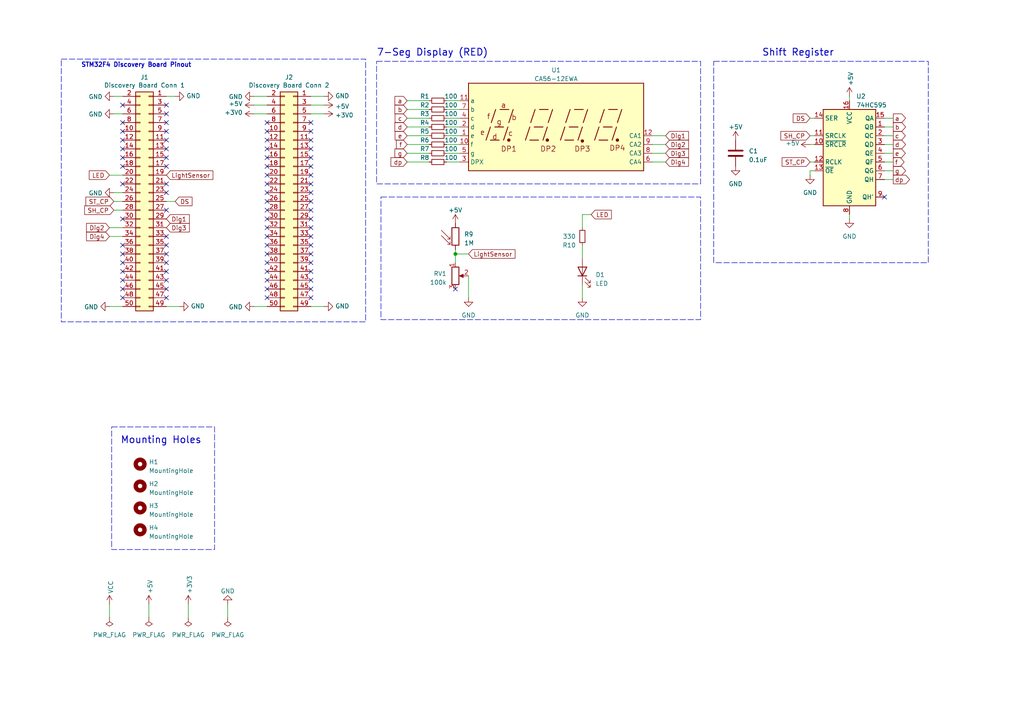
<source format=kicad_sch>
(kicad_sch (version 20230121) (generator eeschema)

  (uuid 5154e70c-a6a9-44db-92e6-7186b1bc39c2)

  (paper "A4")

  (lib_symbols
    (symbol "+5V_2" (power) (pin_names (offset 0)) (in_bom yes) (on_board yes)
      (property "Reference" "#PWR" (at 0 -3.81 0)
        (effects (font (size 1.27 1.27)) hide)
      )
      (property "Value" "+5V_2" (at 0 3.556 0)
        (effects (font (size 1.27 1.27)))
      )
      (property "Footprint" "" (at 0 0 0)
        (effects (font (size 1.27 1.27)) hide)
      )
      (property "Datasheet" "" (at 0 0 0)
        (effects (font (size 1.27 1.27)) hide)
      )
      (property "ki_keywords" "global power" (at 0 0 0)
        (effects (font (size 1.27 1.27)) hide)
      )
      (property "ki_description" "Power symbol creates a global label with name \"+5V\"" (at 0 0 0)
        (effects (font (size 1.27 1.27)) hide)
      )
      (symbol "+5V_2_0_1"
        (polyline
          (pts
            (xy -0.762 1.27)
            (xy 0 2.54)
          )
          (stroke (width 0) (type default))
          (fill (type none))
        )
        (polyline
          (pts
            (xy 0 0)
            (xy 0 2.54)
          )
          (stroke (width 0) (type default))
          (fill (type none))
        )
        (polyline
          (pts
            (xy 0 2.54)
            (xy 0.762 1.27)
          )
          (stroke (width 0) (type default))
          (fill (type none))
        )
      )
      (symbol "+5V_2_1_1"
        (pin power_in line (at 0 0 90) (length 0) hide
          (name "+5V" (effects (font (size 1.27 1.27))))
          (number "1" (effects (font (size 1.27 1.27))))
        )
      )
    )
    (symbol "74xx:74HC595" (in_bom yes) (on_board yes)
      (property "Reference" "U" (at -7.62 13.97 0)
        (effects (font (size 1.27 1.27)))
      )
      (property "Value" "74HC595" (at -7.62 -16.51 0)
        (effects (font (size 1.27 1.27)))
      )
      (property "Footprint" "" (at 0 0 0)
        (effects (font (size 1.27 1.27)) hide)
      )
      (property "Datasheet" "http://www.ti.com/lit/ds/symlink/sn74hc595.pdf" (at 0 0 0)
        (effects (font (size 1.27 1.27)) hide)
      )
      (property "ki_keywords" "HCMOS SR 3State" (at 0 0 0)
        (effects (font (size 1.27 1.27)) hide)
      )
      (property "ki_description" "8-bit serial in/out Shift Register 3-State Outputs" (at 0 0 0)
        (effects (font (size 1.27 1.27)) hide)
      )
      (property "ki_fp_filters" "DIP*W7.62mm* SOIC*3.9x9.9mm*P1.27mm* TSSOP*4.4x5mm*P0.65mm* SOIC*5.3x10.2mm*P1.27mm* SOIC*7.5x10.3mm*P1.27mm*" (at 0 0 0)
        (effects (font (size 1.27 1.27)) hide)
      )
      (symbol "74HC595_1_0"
        (pin tri_state line (at 10.16 7.62 180) (length 2.54)
          (name "QB" (effects (font (size 1.27 1.27))))
          (number "1" (effects (font (size 1.27 1.27))))
        )
        (pin input line (at -10.16 2.54 0) (length 2.54)
          (name "~{SRCLR}" (effects (font (size 1.27 1.27))))
          (number "10" (effects (font (size 1.27 1.27))))
        )
        (pin input line (at -10.16 5.08 0) (length 2.54)
          (name "SRCLK" (effects (font (size 1.27 1.27))))
          (number "11" (effects (font (size 1.27 1.27))))
        )
        (pin input line (at -10.16 -2.54 0) (length 2.54)
          (name "RCLK" (effects (font (size 1.27 1.27))))
          (number "12" (effects (font (size 1.27 1.27))))
        )
        (pin input line (at -10.16 -5.08 0) (length 2.54)
          (name "~{OE}" (effects (font (size 1.27 1.27))))
          (number "13" (effects (font (size 1.27 1.27))))
        )
        (pin input line (at -10.16 10.16 0) (length 2.54)
          (name "SER" (effects (font (size 1.27 1.27))))
          (number "14" (effects (font (size 1.27 1.27))))
        )
        (pin tri_state line (at 10.16 10.16 180) (length 2.54)
          (name "QA" (effects (font (size 1.27 1.27))))
          (number "15" (effects (font (size 1.27 1.27))))
        )
        (pin power_in line (at 0 15.24 270) (length 2.54)
          (name "VCC" (effects (font (size 1.27 1.27))))
          (number "16" (effects (font (size 1.27 1.27))))
        )
        (pin tri_state line (at 10.16 5.08 180) (length 2.54)
          (name "QC" (effects (font (size 1.27 1.27))))
          (number "2" (effects (font (size 1.27 1.27))))
        )
        (pin tri_state line (at 10.16 2.54 180) (length 2.54)
          (name "QD" (effects (font (size 1.27 1.27))))
          (number "3" (effects (font (size 1.27 1.27))))
        )
        (pin tri_state line (at 10.16 0 180) (length 2.54)
          (name "QE" (effects (font (size 1.27 1.27))))
          (number "4" (effects (font (size 1.27 1.27))))
        )
        (pin tri_state line (at 10.16 -2.54 180) (length 2.54)
          (name "QF" (effects (font (size 1.27 1.27))))
          (number "5" (effects (font (size 1.27 1.27))))
        )
        (pin tri_state line (at 10.16 -5.08 180) (length 2.54)
          (name "QG" (effects (font (size 1.27 1.27))))
          (number "6" (effects (font (size 1.27 1.27))))
        )
        (pin tri_state line (at 10.16 -7.62 180) (length 2.54)
          (name "QH" (effects (font (size 1.27 1.27))))
          (number "7" (effects (font (size 1.27 1.27))))
        )
        (pin power_in line (at 0 -17.78 90) (length 2.54)
          (name "GND" (effects (font (size 1.27 1.27))))
          (number "8" (effects (font (size 1.27 1.27))))
        )
        (pin output line (at 10.16 -12.7 180) (length 2.54)
          (name "QH'" (effects (font (size 1.27 1.27))))
          (number "9" (effects (font (size 1.27 1.27))))
        )
      )
      (symbol "74HC595_1_1"
        (rectangle (start -7.62 12.7) (end 7.62 -15.24)
          (stroke (width 0.254) (type default))
          (fill (type background))
        )
      )
    )
    (symbol "Connector_Generic:Conn_02x25_Odd_Even" (pin_names (offset 1.016) hide) (in_bom yes) (on_board yes)
      (property "Reference" "J" (at 1.27 33.02 0)
        (effects (font (size 1.27 1.27)))
      )
      (property "Value" "Conn_02x25_Odd_Even" (at 1.27 -33.02 0)
        (effects (font (size 1.27 1.27)))
      )
      (property "Footprint" "" (at 0 0 0)
        (effects (font (size 1.27 1.27)) hide)
      )
      (property "Datasheet" "~" (at 0 0 0)
        (effects (font (size 1.27 1.27)) hide)
      )
      (property "ki_keywords" "connector" (at 0 0 0)
        (effects (font (size 1.27 1.27)) hide)
      )
      (property "ki_description" "Generic connector, double row, 02x25, odd/even pin numbering scheme (row 1 odd numbers, row 2 even numbers), script generated (kicad-library-utils/schlib/autogen/connector/)" (at 0 0 0)
        (effects (font (size 1.27 1.27)) hide)
      )
      (property "ki_fp_filters" "Connector*:*_2x??_*" (at 0 0 0)
        (effects (font (size 1.27 1.27)) hide)
      )
      (symbol "Conn_02x25_Odd_Even_1_1"
        (rectangle (start -1.27 -30.353) (end 0 -30.607)
          (stroke (width 0.1524) (type default))
          (fill (type none))
        )
        (rectangle (start -1.27 -27.813) (end 0 -28.067)
          (stroke (width 0.1524) (type default))
          (fill (type none))
        )
        (rectangle (start -1.27 -25.273) (end 0 -25.527)
          (stroke (width 0.1524) (type default))
          (fill (type none))
        )
        (rectangle (start -1.27 -22.733) (end 0 -22.987)
          (stroke (width 0.1524) (type default))
          (fill (type none))
        )
        (rectangle (start -1.27 -20.193) (end 0 -20.447)
          (stroke (width 0.1524) (type default))
          (fill (type none))
        )
        (rectangle (start -1.27 -17.653) (end 0 -17.907)
          (stroke (width 0.1524) (type default))
          (fill (type none))
        )
        (rectangle (start -1.27 -15.113) (end 0 -15.367)
          (stroke (width 0.1524) (type default))
          (fill (type none))
        )
        (rectangle (start -1.27 -12.573) (end 0 -12.827)
          (stroke (width 0.1524) (type default))
          (fill (type none))
        )
        (rectangle (start -1.27 -10.033) (end 0 -10.287)
          (stroke (width 0.1524) (type default))
          (fill (type none))
        )
        (rectangle (start -1.27 -7.493) (end 0 -7.747)
          (stroke (width 0.1524) (type default))
          (fill (type none))
        )
        (rectangle (start -1.27 -4.953) (end 0 -5.207)
          (stroke (width 0.1524) (type default))
          (fill (type none))
        )
        (rectangle (start -1.27 -2.413) (end 0 -2.667)
          (stroke (width 0.1524) (type default))
          (fill (type none))
        )
        (rectangle (start -1.27 0.127) (end 0 -0.127)
          (stroke (width 0.1524) (type default))
          (fill (type none))
        )
        (rectangle (start -1.27 2.667) (end 0 2.413)
          (stroke (width 0.1524) (type default))
          (fill (type none))
        )
        (rectangle (start -1.27 5.207) (end 0 4.953)
          (stroke (width 0.1524) (type default))
          (fill (type none))
        )
        (rectangle (start -1.27 7.747) (end 0 7.493)
          (stroke (width 0.1524) (type default))
          (fill (type none))
        )
        (rectangle (start -1.27 10.287) (end 0 10.033)
          (stroke (width 0.1524) (type default))
          (fill (type none))
        )
        (rectangle (start -1.27 12.827) (end 0 12.573)
          (stroke (width 0.1524) (type default))
          (fill (type none))
        )
        (rectangle (start -1.27 15.367) (end 0 15.113)
          (stroke (width 0.1524) (type default))
          (fill (type none))
        )
        (rectangle (start -1.27 17.907) (end 0 17.653)
          (stroke (width 0.1524) (type default))
          (fill (type none))
        )
        (rectangle (start -1.27 20.447) (end 0 20.193)
          (stroke (width 0.1524) (type default))
          (fill (type none))
        )
        (rectangle (start -1.27 22.987) (end 0 22.733)
          (stroke (width 0.1524) (type default))
          (fill (type none))
        )
        (rectangle (start -1.27 25.527) (end 0 25.273)
          (stroke (width 0.1524) (type default))
          (fill (type none))
        )
        (rectangle (start -1.27 28.067) (end 0 27.813)
          (stroke (width 0.1524) (type default))
          (fill (type none))
        )
        (rectangle (start -1.27 30.607) (end 0 30.353)
          (stroke (width 0.1524) (type default))
          (fill (type none))
        )
        (rectangle (start -1.27 31.75) (end 3.81 -31.75)
          (stroke (width 0.254) (type default))
          (fill (type background))
        )
        (rectangle (start 3.81 -30.353) (end 2.54 -30.607)
          (stroke (width 0.1524) (type default))
          (fill (type none))
        )
        (rectangle (start 3.81 -27.813) (end 2.54 -28.067)
          (stroke (width 0.1524) (type default))
          (fill (type none))
        )
        (rectangle (start 3.81 -25.273) (end 2.54 -25.527)
          (stroke (width 0.1524) (type default))
          (fill (type none))
        )
        (rectangle (start 3.81 -22.733) (end 2.54 -22.987)
          (stroke (width 0.1524) (type default))
          (fill (type none))
        )
        (rectangle (start 3.81 -20.193) (end 2.54 -20.447)
          (stroke (width 0.1524) (type default))
          (fill (type none))
        )
        (rectangle (start 3.81 -17.653) (end 2.54 -17.907)
          (stroke (width 0.1524) (type default))
          (fill (type none))
        )
        (rectangle (start 3.81 -15.113) (end 2.54 -15.367)
          (stroke (width 0.1524) (type default))
          (fill (type none))
        )
        (rectangle (start 3.81 -12.573) (end 2.54 -12.827)
          (stroke (width 0.1524) (type default))
          (fill (type none))
        )
        (rectangle (start 3.81 -10.033) (end 2.54 -10.287)
          (stroke (width 0.1524) (type default))
          (fill (type none))
        )
        (rectangle (start 3.81 -7.493) (end 2.54 -7.747)
          (stroke (width 0.1524) (type default))
          (fill (type none))
        )
        (rectangle (start 3.81 -4.953) (end 2.54 -5.207)
          (stroke (width 0.1524) (type default))
          (fill (type none))
        )
        (rectangle (start 3.81 -2.413) (end 2.54 -2.667)
          (stroke (width 0.1524) (type default))
          (fill (type none))
        )
        (rectangle (start 3.81 0.127) (end 2.54 -0.127)
          (stroke (width 0.1524) (type default))
          (fill (type none))
        )
        (rectangle (start 3.81 2.667) (end 2.54 2.413)
          (stroke (width 0.1524) (type default))
          (fill (type none))
        )
        (rectangle (start 3.81 5.207) (end 2.54 4.953)
          (stroke (width 0.1524) (type default))
          (fill (type none))
        )
        (rectangle (start 3.81 7.747) (end 2.54 7.493)
          (stroke (width 0.1524) (type default))
          (fill (type none))
        )
        (rectangle (start 3.81 10.287) (end 2.54 10.033)
          (stroke (width 0.1524) (type default))
          (fill (type none))
        )
        (rectangle (start 3.81 12.827) (end 2.54 12.573)
          (stroke (width 0.1524) (type default))
          (fill (type none))
        )
        (rectangle (start 3.81 15.367) (end 2.54 15.113)
          (stroke (width 0.1524) (type default))
          (fill (type none))
        )
        (rectangle (start 3.81 17.907) (end 2.54 17.653)
          (stroke (width 0.1524) (type default))
          (fill (type none))
        )
        (rectangle (start 3.81 20.447) (end 2.54 20.193)
          (stroke (width 0.1524) (type default))
          (fill (type none))
        )
        (rectangle (start 3.81 22.987) (end 2.54 22.733)
          (stroke (width 0.1524) (type default))
          (fill (type none))
        )
        (rectangle (start 3.81 25.527) (end 2.54 25.273)
          (stroke (width 0.1524) (type default))
          (fill (type none))
        )
        (rectangle (start 3.81 28.067) (end 2.54 27.813)
          (stroke (width 0.1524) (type default))
          (fill (type none))
        )
        (rectangle (start 3.81 30.607) (end 2.54 30.353)
          (stroke (width 0.1524) (type default))
          (fill (type none))
        )
        (pin passive line (at -5.08 30.48 0) (length 3.81)
          (name "Pin_1" (effects (font (size 1.27 1.27))))
          (number "1" (effects (font (size 1.27 1.27))))
        )
        (pin passive line (at 7.62 20.32 180) (length 3.81)
          (name "Pin_10" (effects (font (size 1.27 1.27))))
          (number "10" (effects (font (size 1.27 1.27))))
        )
        (pin passive line (at -5.08 17.78 0) (length 3.81)
          (name "Pin_11" (effects (font (size 1.27 1.27))))
          (number "11" (effects (font (size 1.27 1.27))))
        )
        (pin passive line (at 7.62 17.78 180) (length 3.81)
          (name "Pin_12" (effects (font (size 1.27 1.27))))
          (number "12" (effects (font (size 1.27 1.27))))
        )
        (pin passive line (at -5.08 15.24 0) (length 3.81)
          (name "Pin_13" (effects (font (size 1.27 1.27))))
          (number "13" (effects (font (size 1.27 1.27))))
        )
        (pin passive line (at 7.62 15.24 180) (length 3.81)
          (name "Pin_14" (effects (font (size 1.27 1.27))))
          (number "14" (effects (font (size 1.27 1.27))))
        )
        (pin passive line (at -5.08 12.7 0) (length 3.81)
          (name "Pin_15" (effects (font (size 1.27 1.27))))
          (number "15" (effects (font (size 1.27 1.27))))
        )
        (pin passive line (at 7.62 12.7 180) (length 3.81)
          (name "Pin_16" (effects (font (size 1.27 1.27))))
          (number "16" (effects (font (size 1.27 1.27))))
        )
        (pin passive line (at -5.08 10.16 0) (length 3.81)
          (name "Pin_17" (effects (font (size 1.27 1.27))))
          (number "17" (effects (font (size 1.27 1.27))))
        )
        (pin passive line (at 7.62 10.16 180) (length 3.81)
          (name "Pin_18" (effects (font (size 1.27 1.27))))
          (number "18" (effects (font (size 1.27 1.27))))
        )
        (pin passive line (at -5.08 7.62 0) (length 3.81)
          (name "Pin_19" (effects (font (size 1.27 1.27))))
          (number "19" (effects (font (size 1.27 1.27))))
        )
        (pin passive line (at 7.62 30.48 180) (length 3.81)
          (name "Pin_2" (effects (font (size 1.27 1.27))))
          (number "2" (effects (font (size 1.27 1.27))))
        )
        (pin passive line (at 7.62 7.62 180) (length 3.81)
          (name "Pin_20" (effects (font (size 1.27 1.27))))
          (number "20" (effects (font (size 1.27 1.27))))
        )
        (pin passive line (at -5.08 5.08 0) (length 3.81)
          (name "Pin_21" (effects (font (size 1.27 1.27))))
          (number "21" (effects (font (size 1.27 1.27))))
        )
        (pin passive line (at 7.62 5.08 180) (length 3.81)
          (name "Pin_22" (effects (font (size 1.27 1.27))))
          (number "22" (effects (font (size 1.27 1.27))))
        )
        (pin passive line (at -5.08 2.54 0) (length 3.81)
          (name "Pin_23" (effects (font (size 1.27 1.27))))
          (number "23" (effects (font (size 1.27 1.27))))
        )
        (pin passive line (at 7.62 2.54 180) (length 3.81)
          (name "Pin_24" (effects (font (size 1.27 1.27))))
          (number "24" (effects (font (size 1.27 1.27))))
        )
        (pin passive line (at -5.08 0 0) (length 3.81)
          (name "Pin_25" (effects (font (size 1.27 1.27))))
          (number "25" (effects (font (size 1.27 1.27))))
        )
        (pin passive line (at 7.62 0 180) (length 3.81)
          (name "Pin_26" (effects (font (size 1.27 1.27))))
          (number "26" (effects (font (size 1.27 1.27))))
        )
        (pin passive line (at -5.08 -2.54 0) (length 3.81)
          (name "Pin_27" (effects (font (size 1.27 1.27))))
          (number "27" (effects (font (size 1.27 1.27))))
        )
        (pin passive line (at 7.62 -2.54 180) (length 3.81)
          (name "Pin_28" (effects (font (size 1.27 1.27))))
          (number "28" (effects (font (size 1.27 1.27))))
        )
        (pin passive line (at -5.08 -5.08 0) (length 3.81)
          (name "Pin_29" (effects (font (size 1.27 1.27))))
          (number "29" (effects (font (size 1.27 1.27))))
        )
        (pin passive line (at -5.08 27.94 0) (length 3.81)
          (name "Pin_3" (effects (font (size 1.27 1.27))))
          (number "3" (effects (font (size 1.27 1.27))))
        )
        (pin passive line (at 7.62 -5.08 180) (length 3.81)
          (name "Pin_30" (effects (font (size 1.27 1.27))))
          (number "30" (effects (font (size 1.27 1.27))))
        )
        (pin passive line (at -5.08 -7.62 0) (length 3.81)
          (name "Pin_31" (effects (font (size 1.27 1.27))))
          (number "31" (effects (font (size 1.27 1.27))))
        )
        (pin passive line (at 7.62 -7.62 180) (length 3.81)
          (name "Pin_32" (effects (font (size 1.27 1.27))))
          (number "32" (effects (font (size 1.27 1.27))))
        )
        (pin passive line (at -5.08 -10.16 0) (length 3.81)
          (name "Pin_33" (effects (font (size 1.27 1.27))))
          (number "33" (effects (font (size 1.27 1.27))))
        )
        (pin passive line (at 7.62 -10.16 180) (length 3.81)
          (name "Pin_34" (effects (font (size 1.27 1.27))))
          (number "34" (effects (font (size 1.27 1.27))))
        )
        (pin passive line (at -5.08 -12.7 0) (length 3.81)
          (name "Pin_35" (effects (font (size 1.27 1.27))))
          (number "35" (effects (font (size 1.27 1.27))))
        )
        (pin passive line (at 7.62 -12.7 180) (length 3.81)
          (name "Pin_36" (effects (font (size 1.27 1.27))))
          (number "36" (effects (font (size 1.27 1.27))))
        )
        (pin passive line (at -5.08 -15.24 0) (length 3.81)
          (name "Pin_37" (effects (font (size 1.27 1.27))))
          (number "37" (effects (font (size 1.27 1.27))))
        )
        (pin passive line (at 7.62 -15.24 180) (length 3.81)
          (name "Pin_38" (effects (font (size 1.27 1.27))))
          (number "38" (effects (font (size 1.27 1.27))))
        )
        (pin passive line (at -5.08 -17.78 0) (length 3.81)
          (name "Pin_39" (effects (font (size 1.27 1.27))))
          (number "39" (effects (font (size 1.27 1.27))))
        )
        (pin passive line (at 7.62 27.94 180) (length 3.81)
          (name "Pin_4" (effects (font (size 1.27 1.27))))
          (number "4" (effects (font (size 1.27 1.27))))
        )
        (pin passive line (at 7.62 -17.78 180) (length 3.81)
          (name "Pin_40" (effects (font (size 1.27 1.27))))
          (number "40" (effects (font (size 1.27 1.27))))
        )
        (pin passive line (at -5.08 -20.32 0) (length 3.81)
          (name "Pin_41" (effects (font (size 1.27 1.27))))
          (number "41" (effects (font (size 1.27 1.27))))
        )
        (pin passive line (at 7.62 -20.32 180) (length 3.81)
          (name "Pin_42" (effects (font (size 1.27 1.27))))
          (number "42" (effects (font (size 1.27 1.27))))
        )
        (pin passive line (at -5.08 -22.86 0) (length 3.81)
          (name "Pin_43" (effects (font (size 1.27 1.27))))
          (number "43" (effects (font (size 1.27 1.27))))
        )
        (pin passive line (at 7.62 -22.86 180) (length 3.81)
          (name "Pin_44" (effects (font (size 1.27 1.27))))
          (number "44" (effects (font (size 1.27 1.27))))
        )
        (pin passive line (at -5.08 -25.4 0) (length 3.81)
          (name "Pin_45" (effects (font (size 1.27 1.27))))
          (number "45" (effects (font (size 1.27 1.27))))
        )
        (pin passive line (at 7.62 -25.4 180) (length 3.81)
          (name "Pin_46" (effects (font (size 1.27 1.27))))
          (number "46" (effects (font (size 1.27 1.27))))
        )
        (pin passive line (at -5.08 -27.94 0) (length 3.81)
          (name "Pin_47" (effects (font (size 1.27 1.27))))
          (number "47" (effects (font (size 1.27 1.27))))
        )
        (pin passive line (at 7.62 -27.94 180) (length 3.81)
          (name "Pin_48" (effects (font (size 1.27 1.27))))
          (number "48" (effects (font (size 1.27 1.27))))
        )
        (pin passive line (at -5.08 -30.48 0) (length 3.81)
          (name "Pin_49" (effects (font (size 1.27 1.27))))
          (number "49" (effects (font (size 1.27 1.27))))
        )
        (pin passive line (at -5.08 25.4 0) (length 3.81)
          (name "Pin_5" (effects (font (size 1.27 1.27))))
          (number "5" (effects (font (size 1.27 1.27))))
        )
        (pin passive line (at 7.62 -30.48 180) (length 3.81)
          (name "Pin_50" (effects (font (size 1.27 1.27))))
          (number "50" (effects (font (size 1.27 1.27))))
        )
        (pin passive line (at 7.62 25.4 180) (length 3.81)
          (name "Pin_6" (effects (font (size 1.27 1.27))))
          (number "6" (effects (font (size 1.27 1.27))))
        )
        (pin passive line (at -5.08 22.86 0) (length 3.81)
          (name "Pin_7" (effects (font (size 1.27 1.27))))
          (number "7" (effects (font (size 1.27 1.27))))
        )
        (pin passive line (at 7.62 22.86 180) (length 3.81)
          (name "Pin_8" (effects (font (size 1.27 1.27))))
          (number "8" (effects (font (size 1.27 1.27))))
        )
        (pin passive line (at -5.08 20.32 0) (length 3.81)
          (name "Pin_9" (effects (font (size 1.27 1.27))))
          (number "9" (effects (font (size 1.27 1.27))))
        )
      )
    )
    (symbol "Device:C" (pin_numbers hide) (pin_names (offset 0.254)) (in_bom yes) (on_board yes)
      (property "Reference" "C" (at 0.635 2.54 0)
        (effects (font (size 1.27 1.27)) (justify left))
      )
      (property "Value" "C" (at 0.635 -2.54 0)
        (effects (font (size 1.27 1.27)) (justify left))
      )
      (property "Footprint" "" (at 0.9652 -3.81 0)
        (effects (font (size 1.27 1.27)) hide)
      )
      (property "Datasheet" "~" (at 0 0 0)
        (effects (font (size 1.27 1.27)) hide)
      )
      (property "ki_keywords" "cap capacitor" (at 0 0 0)
        (effects (font (size 1.27 1.27)) hide)
      )
      (property "ki_description" "Unpolarized capacitor" (at 0 0 0)
        (effects (font (size 1.27 1.27)) hide)
      )
      (property "ki_fp_filters" "C_*" (at 0 0 0)
        (effects (font (size 1.27 1.27)) hide)
      )
      (symbol "C_0_1"
        (polyline
          (pts
            (xy -2.032 -0.762)
            (xy 2.032 -0.762)
          )
          (stroke (width 0.508) (type default))
          (fill (type none))
        )
        (polyline
          (pts
            (xy -2.032 0.762)
            (xy 2.032 0.762)
          )
          (stroke (width 0.508) (type default))
          (fill (type none))
        )
      )
      (symbol "C_1_1"
        (pin passive line (at 0 3.81 270) (length 2.794)
          (name "~" (effects (font (size 1.27 1.27))))
          (number "1" (effects (font (size 1.27 1.27))))
        )
        (pin passive line (at 0 -3.81 90) (length 2.794)
          (name "~" (effects (font (size 1.27 1.27))))
          (number "2" (effects (font (size 1.27 1.27))))
        )
      )
    )
    (symbol "Device:LED" (pin_numbers hide) (pin_names (offset 1.016) hide) (in_bom yes) (on_board yes)
      (property "Reference" "D" (at 0 2.54 0)
        (effects (font (size 1.27 1.27)))
      )
      (property "Value" "LED" (at 0 -2.54 0)
        (effects (font (size 1.27 1.27)))
      )
      (property "Footprint" "" (at 0 0 0)
        (effects (font (size 1.27 1.27)) hide)
      )
      (property "Datasheet" "~" (at 0 0 0)
        (effects (font (size 1.27 1.27)) hide)
      )
      (property "ki_keywords" "LED diode" (at 0 0 0)
        (effects (font (size 1.27 1.27)) hide)
      )
      (property "ki_description" "Light emitting diode" (at 0 0 0)
        (effects (font (size 1.27 1.27)) hide)
      )
      (property "ki_fp_filters" "LED* LED_SMD:* LED_THT:*" (at 0 0 0)
        (effects (font (size 1.27 1.27)) hide)
      )
      (symbol "LED_0_1"
        (polyline
          (pts
            (xy -1.27 -1.27)
            (xy -1.27 1.27)
          )
          (stroke (width 0.254) (type default))
          (fill (type none))
        )
        (polyline
          (pts
            (xy -1.27 0)
            (xy 1.27 0)
          )
          (stroke (width 0) (type default))
          (fill (type none))
        )
        (polyline
          (pts
            (xy 1.27 -1.27)
            (xy 1.27 1.27)
            (xy -1.27 0)
            (xy 1.27 -1.27)
          )
          (stroke (width 0.254) (type default))
          (fill (type none))
        )
        (polyline
          (pts
            (xy -3.048 -0.762)
            (xy -4.572 -2.286)
            (xy -3.81 -2.286)
            (xy -4.572 -2.286)
            (xy -4.572 -1.524)
          )
          (stroke (width 0) (type default))
          (fill (type none))
        )
        (polyline
          (pts
            (xy -1.778 -0.762)
            (xy -3.302 -2.286)
            (xy -2.54 -2.286)
            (xy -3.302 -2.286)
            (xy -3.302 -1.524)
          )
          (stroke (width 0) (type default))
          (fill (type none))
        )
      )
      (symbol "LED_1_1"
        (pin passive line (at -3.81 0 0) (length 2.54)
          (name "K" (effects (font (size 1.27 1.27))))
          (number "1" (effects (font (size 1.27 1.27))))
        )
        (pin passive line (at 3.81 0 180) (length 2.54)
          (name "A" (effects (font (size 1.27 1.27))))
          (number "2" (effects (font (size 1.27 1.27))))
        )
      )
    )
    (symbol "Device:R_Photo" (pin_numbers hide) (pin_names (offset 0)) (in_bom yes) (on_board yes)
      (property "Reference" "R" (at 1.27 1.27 0)
        (effects (font (size 1.27 1.27)) (justify left))
      )
      (property "Value" "R_Photo" (at 1.27 0 0)
        (effects (font (size 1.27 1.27)) (justify left top))
      )
      (property "Footprint" "" (at 1.27 -6.35 90)
        (effects (font (size 1.27 1.27)) (justify left) hide)
      )
      (property "Datasheet" "~" (at 0 -1.27 0)
        (effects (font (size 1.27 1.27)) hide)
      )
      (property "ki_keywords" "resistor variable light sensitive opto LDR" (at 0 0 0)
        (effects (font (size 1.27 1.27)) hide)
      )
      (property "ki_description" "Photoresistor" (at 0 0 0)
        (effects (font (size 1.27 1.27)) hide)
      )
      (property "ki_fp_filters" "*LDR* R?LDR*" (at 0 0 0)
        (effects (font (size 1.27 1.27)) hide)
      )
      (symbol "R_Photo_0_1"
        (rectangle (start -1.016 2.54) (end 1.016 -2.54)
          (stroke (width 0.254) (type default))
          (fill (type none))
        )
        (polyline
          (pts
            (xy -1.524 -2.286)
            (xy -4.064 0.254)
          )
          (stroke (width 0) (type default))
          (fill (type none))
        )
        (polyline
          (pts
            (xy -1.524 -2.286)
            (xy -2.286 -2.286)
          )
          (stroke (width 0) (type default))
          (fill (type none))
        )
        (polyline
          (pts
            (xy -1.524 -2.286)
            (xy -1.524 -1.524)
          )
          (stroke (width 0) (type default))
          (fill (type none))
        )
        (polyline
          (pts
            (xy -1.524 -0.762)
            (xy -4.064 1.778)
          )
          (stroke (width 0) (type default))
          (fill (type none))
        )
        (polyline
          (pts
            (xy -1.524 -0.762)
            (xy -2.286 -0.762)
          )
          (stroke (width 0) (type default))
          (fill (type none))
        )
        (polyline
          (pts
            (xy -1.524 -0.762)
            (xy -1.524 0)
          )
          (stroke (width 0) (type default))
          (fill (type none))
        )
      )
      (symbol "R_Photo_1_1"
        (pin passive line (at 0 3.81 270) (length 1.27)
          (name "~" (effects (font (size 1.27 1.27))))
          (number "1" (effects (font (size 1.27 1.27))))
        )
        (pin passive line (at 0 -3.81 90) (length 1.27)
          (name "~" (effects (font (size 1.27 1.27))))
          (number "2" (effects (font (size 1.27 1.27))))
        )
      )
    )
    (symbol "Device:R_Potentiometer" (pin_names (offset 1.016) hide) (in_bom yes) (on_board yes)
      (property "Reference" "RV" (at -4.445 0 90)
        (effects (font (size 1.27 1.27)))
      )
      (property "Value" "R_Potentiometer" (at -2.54 0 90)
        (effects (font (size 1.27 1.27)))
      )
      (property "Footprint" "" (at 0 0 0)
        (effects (font (size 1.27 1.27)) hide)
      )
      (property "Datasheet" "~" (at 0 0 0)
        (effects (font (size 1.27 1.27)) hide)
      )
      (property "ki_keywords" "resistor variable" (at 0 0 0)
        (effects (font (size 1.27 1.27)) hide)
      )
      (property "ki_description" "Potentiometer" (at 0 0 0)
        (effects (font (size 1.27 1.27)) hide)
      )
      (property "ki_fp_filters" "Potentiometer*" (at 0 0 0)
        (effects (font (size 1.27 1.27)) hide)
      )
      (symbol "R_Potentiometer_0_1"
        (polyline
          (pts
            (xy 2.54 0)
            (xy 1.524 0)
          )
          (stroke (width 0) (type default))
          (fill (type none))
        )
        (polyline
          (pts
            (xy 1.143 0)
            (xy 2.286 0.508)
            (xy 2.286 -0.508)
            (xy 1.143 0)
          )
          (stroke (width 0) (type default))
          (fill (type outline))
        )
        (rectangle (start 1.016 2.54) (end -1.016 -2.54)
          (stroke (width 0.254) (type default))
          (fill (type none))
        )
      )
      (symbol "R_Potentiometer_1_1"
        (pin passive line (at 0 3.81 270) (length 1.27)
          (name "1" (effects (font (size 1.27 1.27))))
          (number "1" (effects (font (size 1.27 1.27))))
        )
        (pin passive line (at 3.81 0 180) (length 1.27)
          (name "2" (effects (font (size 1.27 1.27))))
          (number "2" (effects (font (size 1.27 1.27))))
        )
        (pin passive line (at 0 -3.81 90) (length 1.27)
          (name "3" (effects (font (size 1.27 1.27))))
          (number "3" (effects (font (size 1.27 1.27))))
        )
      )
    )
    (symbol "Device:R_Small" (pin_numbers hide) (pin_names (offset 0.254) hide) (in_bom yes) (on_board yes)
      (property "Reference" "R" (at 0.762 0.508 0)
        (effects (font (size 1.27 1.27)) (justify left))
      )
      (property "Value" "R_Small" (at 0.762 -1.016 0)
        (effects (font (size 1.27 1.27)) (justify left))
      )
      (property "Footprint" "" (at 0 0 0)
        (effects (font (size 1.27 1.27)) hide)
      )
      (property "Datasheet" "~" (at 0 0 0)
        (effects (font (size 1.27 1.27)) hide)
      )
      (property "ki_keywords" "R resistor" (at 0 0 0)
        (effects (font (size 1.27 1.27)) hide)
      )
      (property "ki_description" "Resistor, small symbol" (at 0 0 0)
        (effects (font (size 1.27 1.27)) hide)
      )
      (property "ki_fp_filters" "R_*" (at 0 0 0)
        (effects (font (size 1.27 1.27)) hide)
      )
      (symbol "R_Small_0_1"
        (rectangle (start -0.762 1.778) (end 0.762 -1.778)
          (stroke (width 0.2032) (type default))
          (fill (type none))
        )
      )
      (symbol "R_Small_1_1"
        (pin passive line (at 0 2.54 270) (length 0.762)
          (name "~" (effects (font (size 1.27 1.27))))
          (number "1" (effects (font (size 1.27 1.27))))
        )
        (pin passive line (at 0 -2.54 90) (length 0.762)
          (name "~" (effects (font (size 1.27 1.27))))
          (number "2" (effects (font (size 1.27 1.27))))
        )
      )
    )
    (symbol "Display_Character:CA56-12EWA" (in_bom yes) (on_board yes)
      (property "Reference" "U" (at -24.13 13.97 0)
        (effects (font (size 1.27 1.27)))
      )
      (property "Value" "CA56-12EWA" (at 19.05 13.97 0)
        (effects (font (size 1.27 1.27)))
      )
      (property "Footprint" "Display_7Segment:CA56-12EWA" (at 0 -15.24 0)
        (effects (font (size 1.27 1.27)) hide)
      )
      (property "Datasheet" "http://www.kingbrightusa.com/images/catalog/SPEC/CA56-12EWA.pdf" (at -10.922 0.762 0)
        (effects (font (size 1.27 1.27)) hide)
      )
      (property "ki_keywords" "display LED 7-segment" (at 0 0 0)
        (effects (font (size 1.27 1.27)) hide)
      )
      (property "ki_description" "4 digit 7 segment high efficiency red LED, common anode" (at 0 0 0)
        (effects (font (size 1.27 1.27)) hide)
      )
      (property "ki_fp_filters" "*CA56*12EWA*" (at 0 0 0)
        (effects (font (size 1.27 1.27)) hide)
      )
      (symbol "CA56-12EWA_0_0"
        (rectangle (start -25.4 12.7) (end 25.4 -12.7)
          (stroke (width 0.254) (type default))
          (fill (type background))
        )
        (polyline
          (pts
            (xy -20.32 -3.81)
            (xy -19.05 0)
          )
          (stroke (width 0.254) (type default))
          (fill (type none))
        )
        (polyline
          (pts
            (xy -19.05 -3.81)
            (xy -16.51 -3.81)
          )
          (stroke (width 0.254) (type default))
          (fill (type none))
        )
        (polyline
          (pts
            (xy -18.796 1.27)
            (xy -17.526 5.08)
          )
          (stroke (width 0.254) (type default))
          (fill (type none))
        )
        (polyline
          (pts
            (xy -17.78 0)
            (xy -15.24 0)
          )
          (stroke (width 0.254) (type default))
          (fill (type none))
        )
        (polyline
          (pts
            (xy -16.256 5.08)
            (xy -13.716 5.08)
          )
          (stroke (width 0.254) (type default))
          (fill (type none))
        )
        (polyline
          (pts
            (xy -15.24 -3.81)
            (xy -13.97 0)
          )
          (stroke (width 0.254) (type default))
          (fill (type none))
        )
        (polyline
          (pts
            (xy -13.716 1.27)
            (xy -12.446 5.08)
          )
          (stroke (width 0.254) (type default))
          (fill (type none))
        )
        (polyline
          (pts
            (xy -8.89 -3.81)
            (xy -7.62 0)
          )
          (stroke (width 0.254) (type default))
          (fill (type none))
        )
        (polyline
          (pts
            (xy -7.62 -3.81)
            (xy -5.08 -3.81)
          )
          (stroke (width 0.254) (type default))
          (fill (type none))
        )
        (polyline
          (pts
            (xy -7.366 1.27)
            (xy -6.096 5.08)
          )
          (stroke (width 0.254) (type default))
          (fill (type none))
        )
        (polyline
          (pts
            (xy -6.35 0)
            (xy -3.81 0)
          )
          (stroke (width 0.254) (type default))
          (fill (type none))
        )
        (polyline
          (pts
            (xy -4.826 5.08)
            (xy -2.286 5.08)
          )
          (stroke (width 0.254) (type default))
          (fill (type none))
        )
        (polyline
          (pts
            (xy -3.81 -3.81)
            (xy -2.54 0)
          )
          (stroke (width 0.254) (type default))
          (fill (type none))
        )
        (polyline
          (pts
            (xy -2.286 1.27)
            (xy -1.016 5.08)
          )
          (stroke (width 0.254) (type default))
          (fill (type none))
        )
        (polyline
          (pts
            (xy 1.27 -3.81)
            (xy 2.54 0)
          )
          (stroke (width 0.254) (type default))
          (fill (type none))
        )
        (polyline
          (pts
            (xy 2.54 -3.81)
            (xy 5.08 -3.81)
          )
          (stroke (width 0.254) (type default))
          (fill (type none))
        )
        (polyline
          (pts
            (xy 2.794 1.27)
            (xy 4.064 5.08)
          )
          (stroke (width 0.254) (type default))
          (fill (type none))
        )
        (polyline
          (pts
            (xy 3.81 0)
            (xy 6.35 0)
          )
          (stroke (width 0.254) (type default))
          (fill (type none))
        )
        (polyline
          (pts
            (xy 5.334 5.08)
            (xy 7.874 5.08)
          )
          (stroke (width 0.254) (type default))
          (fill (type none))
        )
        (polyline
          (pts
            (xy 6.35 -3.81)
            (xy 7.62 0)
          )
          (stroke (width 0.254) (type default))
          (fill (type none))
        )
        (polyline
          (pts
            (xy 7.874 1.27)
            (xy 9.144 5.08)
          )
          (stroke (width 0.254) (type default))
          (fill (type none))
        )
        (polyline
          (pts
            (xy 11.176 -3.81)
            (xy 12.446 0)
          )
          (stroke (width 0.254) (type default))
          (fill (type none))
        )
        (polyline
          (pts
            (xy 12.446 -3.81)
            (xy 14.986 -3.81)
          )
          (stroke (width 0.254) (type default))
          (fill (type none))
        )
        (polyline
          (pts
            (xy 12.7 1.27)
            (xy 13.97 5.08)
          )
          (stroke (width 0.254) (type default))
          (fill (type none))
        )
        (polyline
          (pts
            (xy 13.716 0)
            (xy 16.256 0)
          )
          (stroke (width 0.254) (type default))
          (fill (type none))
        )
        (polyline
          (pts
            (xy 15.24 5.08)
            (xy 17.78 5.08)
          )
          (stroke (width 0.254) (type default))
          (fill (type none))
        )
        (polyline
          (pts
            (xy 16.256 -3.81)
            (xy 17.526 0)
          )
          (stroke (width 0.254) (type default))
          (fill (type none))
        )
        (polyline
          (pts
            (xy 17.78 1.27)
            (xy 19.05 5.08)
          )
          (stroke (width 0.254) (type default))
          (fill (type none))
        )
        (text "a" (at -15.24 6.35 0)
          (effects (font (size 1.524 1.524)))
        )
        (text "b" (at -12.192 2.794 0)
          (effects (font (size 1.524 1.524)))
        )
        (text "c" (at -13.208 -1.778 0)
          (effects (font (size 1.524 1.524)))
        )
        (text "d" (at -17.78 -2.794 0)
          (effects (font (size 1.524 1.524)))
        )
        (text "DP1" (at -13.716 -6.35 0)
          (effects (font (size 1.524 1.524)))
        )
        (text "DP2" (at -2.286 -6.35 0)
          (effects (font (size 1.524 1.524)))
        )
        (text "DP3" (at 7.62 -6.35 0)
          (effects (font (size 1.524 1.524)))
        )
        (text "DP4" (at 17.78 -6.096 0)
          (effects (font (size 1.524 1.524)))
        )
        (text "e" (at -21.336 -1.524 0)
          (effects (font (size 1.524 1.524)))
        )
        (text "f" (at -19.558 3.048 0)
          (effects (font (size 1.524 1.524)))
        )
        (text "g" (at -16.51 1.524 0)
          (effects (font (size 1.524 1.524)))
        )
      )
      (symbol "CA56-12EWA_0_1"
        (circle (center -13.716 -3.81) (radius 0.3556)
          (stroke (width 0.254) (type default))
          (fill (type outline))
        )
        (circle (center -2.54 -3.81) (radius 0.3556)
          (stroke (width 0.254) (type default))
          (fill (type outline))
        )
      )
      (symbol "CA56-12EWA_1_0"
        (circle (center 7.62 -4.064) (radius 0.3556)
          (stroke (width 0.254) (type default))
          (fill (type outline))
        )
        (circle (center 17.78 -3.81) (radius 0.3556)
          (stroke (width 0.254) (type default))
          (fill (type outline))
        )
      )
      (symbol "CA56-12EWA_1_1"
        (pin input line (at -27.94 -2.54 0) (length 2.54)
          (name "e" (effects (font (size 1.27 1.27))))
          (number "1" (effects (font (size 1.27 1.27))))
        )
        (pin input line (at -27.94 -5.08 0) (length 2.54)
          (name "f" (effects (font (size 1.27 1.27))))
          (number "10" (effects (font (size 1.27 1.27))))
        )
        (pin input line (at -27.94 7.62 0) (length 2.54)
          (name "a" (effects (font (size 1.27 1.27))))
          (number "11" (effects (font (size 1.27 1.27))))
        )
        (pin input line (at 27.94 -2.54 180) (length 2.54)
          (name "CA1" (effects (font (size 1.27 1.27))))
          (number "12" (effects (font (size 1.27 1.27))))
        )
        (pin input line (at -27.94 0 0) (length 2.54)
          (name "d" (effects (font (size 1.27 1.27))))
          (number "2" (effects (font (size 1.27 1.27))))
        )
        (pin input line (at -27.94 -10.16 0) (length 2.54)
          (name "DPX" (effects (font (size 1.27 1.27))))
          (number "3" (effects (font (size 1.27 1.27))))
        )
        (pin input line (at -27.94 2.54 0) (length 2.54)
          (name "c" (effects (font (size 1.27 1.27))))
          (number "4" (effects (font (size 1.27 1.27))))
        )
        (pin input line (at -27.94 -7.62 0) (length 2.54)
          (name "g" (effects (font (size 1.27 1.27))))
          (number "5" (effects (font (size 1.27 1.27))))
        )
        (pin input line (at 27.94 -10.16 180) (length 2.54)
          (name "CA4" (effects (font (size 1.27 1.27))))
          (number "6" (effects (font (size 1.27 1.27))))
        )
        (pin input line (at -27.94 5.08 0) (length 2.54)
          (name "b" (effects (font (size 1.27 1.27))))
          (number "7" (effects (font (size 1.27 1.27))))
        )
        (pin input line (at 27.94 -7.62 180) (length 2.54)
          (name "CA3" (effects (font (size 1.27 1.27))))
          (number "8" (effects (font (size 1.27 1.27))))
        )
        (pin input line (at 27.94 -5.08 180) (length 2.54)
          (name "CA2" (effects (font (size 1.27 1.27))))
          (number "9" (effects (font (size 1.27 1.27))))
        )
      )
    )
    (symbol "GND_1" (power) (pin_names (offset 0)) (in_bom yes) (on_board yes)
      (property "Reference" "#PWR" (at 0 -6.35 0)
        (effects (font (size 1.27 1.27)) hide)
      )
      (property "Value" "GND_1" (at 0 -3.81 0)
        (effects (font (size 1.27 1.27)))
      )
      (property "Footprint" "" (at 0 0 0)
        (effects (font (size 1.27 1.27)) hide)
      )
      (property "Datasheet" "" (at 0 0 0)
        (effects (font (size 1.27 1.27)) hide)
      )
      (property "ki_keywords" "global power" (at 0 0 0)
        (effects (font (size 1.27 1.27)) hide)
      )
      (property "ki_description" "Power symbol creates a global label with name \"GND\" , ground" (at 0 0 0)
        (effects (font (size 1.27 1.27)) hide)
      )
      (symbol "GND_1_0_1"
        (polyline
          (pts
            (xy 0 0)
            (xy 0 -1.27)
            (xy 1.27 -1.27)
            (xy 0 -2.54)
            (xy -1.27 -1.27)
            (xy 0 -1.27)
          )
          (stroke (width 0) (type default))
          (fill (type none))
        )
      )
      (symbol "GND_1_1_1"
        (pin power_in line (at 0 0 270) (length 0) hide
          (name "GND" (effects (font (size 1.27 1.27))))
          (number "1" (effects (font (size 1.27 1.27))))
        )
      )
    )
    (symbol "GND_3" (power) (pin_names (offset 0)) (in_bom yes) (on_board yes)
      (property "Reference" "#PWR" (at 0 -6.35 0)
        (effects (font (size 1.27 1.27)) hide)
      )
      (property "Value" "GND_3" (at 0 -3.81 0)
        (effects (font (size 1.27 1.27)))
      )
      (property "Footprint" "" (at 0 0 0)
        (effects (font (size 1.27 1.27)) hide)
      )
      (property "Datasheet" "" (at 0 0 0)
        (effects (font (size 1.27 1.27)) hide)
      )
      (property "ki_keywords" "global power" (at 0 0 0)
        (effects (font (size 1.27 1.27)) hide)
      )
      (property "ki_description" "Power symbol creates a global label with name \"GND\" , ground" (at 0 0 0)
        (effects (font (size 1.27 1.27)) hide)
      )
      (symbol "GND_3_0_1"
        (polyline
          (pts
            (xy 0 0)
            (xy 0 -1.27)
            (xy 1.27 -1.27)
            (xy 0 -2.54)
            (xy -1.27 -1.27)
            (xy 0 -1.27)
          )
          (stroke (width 0) (type default))
          (fill (type none))
        )
      )
      (symbol "GND_3_1_1"
        (pin power_in line (at 0 0 270) (length 0) hide
          (name "GND" (effects (font (size 1.27 1.27))))
          (number "1" (effects (font (size 1.27 1.27))))
        )
      )
    )
    (symbol "Mechanical:MountingHole" (pin_names (offset 1.016)) (in_bom yes) (on_board yes)
      (property "Reference" "H" (at 0 5.08 0)
        (effects (font (size 1.27 1.27)))
      )
      (property "Value" "MountingHole" (at 0 3.175 0)
        (effects (font (size 1.27 1.27)))
      )
      (property "Footprint" "" (at 0 0 0)
        (effects (font (size 1.27 1.27)) hide)
      )
      (property "Datasheet" "~" (at 0 0 0)
        (effects (font (size 1.27 1.27)) hide)
      )
      (property "ki_keywords" "mounting hole" (at 0 0 0)
        (effects (font (size 1.27 1.27)) hide)
      )
      (property "ki_description" "Mounting Hole without connection" (at 0 0 0)
        (effects (font (size 1.27 1.27)) hide)
      )
      (property "ki_fp_filters" "MountingHole*" (at 0 0 0)
        (effects (font (size 1.27 1.27)) hide)
      )
      (symbol "MountingHole_0_1"
        (circle (center 0 0) (radius 1.27)
          (stroke (width 1.27) (type default))
          (fill (type none))
        )
      )
    )
    (symbol "power:+3V0" (power) (pin_names (offset 0)) (in_bom yes) (on_board yes)
      (property "Reference" "#PWR" (at 0 -3.81 0)
        (effects (font (size 1.27 1.27)) hide)
      )
      (property "Value" "+3V0" (at 0 3.556 0)
        (effects (font (size 1.27 1.27)))
      )
      (property "Footprint" "" (at 0 0 0)
        (effects (font (size 1.27 1.27)) hide)
      )
      (property "Datasheet" "" (at 0 0 0)
        (effects (font (size 1.27 1.27)) hide)
      )
      (property "ki_keywords" "global power" (at 0 0 0)
        (effects (font (size 1.27 1.27)) hide)
      )
      (property "ki_description" "Power symbol creates a global label with name \"+3V0\"" (at 0 0 0)
        (effects (font (size 1.27 1.27)) hide)
      )
      (symbol "+3V0_0_1"
        (polyline
          (pts
            (xy -0.762 1.27)
            (xy 0 2.54)
          )
          (stroke (width 0) (type default))
          (fill (type none))
        )
        (polyline
          (pts
            (xy 0 0)
            (xy 0 2.54)
          )
          (stroke (width 0) (type default))
          (fill (type none))
        )
        (polyline
          (pts
            (xy 0 2.54)
            (xy 0.762 1.27)
          )
          (stroke (width 0) (type default))
          (fill (type none))
        )
      )
      (symbol "+3V0_1_1"
        (pin power_in line (at 0 0 90) (length 0) hide
          (name "+3V0" (effects (font (size 1.27 1.27))))
          (number "1" (effects (font (size 1.27 1.27))))
        )
      )
    )
    (symbol "power:+3V3" (power) (pin_names (offset 0)) (in_bom yes) (on_board yes)
      (property "Reference" "#PWR" (at 0 -3.81 0)
        (effects (font (size 1.27 1.27)) hide)
      )
      (property "Value" "+3V3" (at 0 3.556 0)
        (effects (font (size 1.27 1.27)))
      )
      (property "Footprint" "" (at 0 0 0)
        (effects (font (size 1.27 1.27)) hide)
      )
      (property "Datasheet" "" (at 0 0 0)
        (effects (font (size 1.27 1.27)) hide)
      )
      (property "ki_keywords" "power-flag" (at 0 0 0)
        (effects (font (size 1.27 1.27)) hide)
      )
      (property "ki_description" "Power symbol creates a global label with name \"+3V3\"" (at 0 0 0)
        (effects (font (size 1.27 1.27)) hide)
      )
      (symbol "+3V3_0_1"
        (polyline
          (pts
            (xy -0.762 1.27)
            (xy 0 2.54)
          )
          (stroke (width 0) (type default))
          (fill (type none))
        )
        (polyline
          (pts
            (xy 0 0)
            (xy 0 2.54)
          )
          (stroke (width 0) (type default))
          (fill (type none))
        )
        (polyline
          (pts
            (xy 0 2.54)
            (xy 0.762 1.27)
          )
          (stroke (width 0) (type default))
          (fill (type none))
        )
      )
      (symbol "+3V3_1_1"
        (pin power_in line (at 0 0 90) (length 0) hide
          (name "+3V3" (effects (font (size 1.27 1.27))))
          (number "1" (effects (font (size 1.27 1.27))))
        )
      )
    )
    (symbol "power:+5V" (power) (pin_names (offset 0)) (in_bom yes) (on_board yes)
      (property "Reference" "#PWR" (at 0 -3.81 0)
        (effects (font (size 1.27 1.27)) hide)
      )
      (property "Value" "+5V" (at 0 3.556 0)
        (effects (font (size 1.27 1.27)))
      )
      (property "Footprint" "" (at 0 0 0)
        (effects (font (size 1.27 1.27)) hide)
      )
      (property "Datasheet" "" (at 0 0 0)
        (effects (font (size 1.27 1.27)) hide)
      )
      (property "ki_keywords" "global power" (at 0 0 0)
        (effects (font (size 1.27 1.27)) hide)
      )
      (property "ki_description" "Power symbol creates a global label with name \"+5V\"" (at 0 0 0)
        (effects (font (size 1.27 1.27)) hide)
      )
      (symbol "+5V_0_1"
        (polyline
          (pts
            (xy -0.762 1.27)
            (xy 0 2.54)
          )
          (stroke (width 0) (type default))
          (fill (type none))
        )
        (polyline
          (pts
            (xy 0 0)
            (xy 0 2.54)
          )
          (stroke (width 0) (type default))
          (fill (type none))
        )
        (polyline
          (pts
            (xy 0 2.54)
            (xy 0.762 1.27)
          )
          (stroke (width 0) (type default))
          (fill (type none))
        )
      )
      (symbol "+5V_1_1"
        (pin power_in line (at 0 0 90) (length 0) hide
          (name "+5V" (effects (font (size 1.27 1.27))))
          (number "1" (effects (font (size 1.27 1.27))))
        )
      )
    )
    (symbol "power:GND" (power) (pin_names (offset 0)) (in_bom yes) (on_board yes)
      (property "Reference" "#PWR" (at 0 -6.35 0)
        (effects (font (size 1.27 1.27)) hide)
      )
      (property "Value" "GND" (at 0 -3.81 0)
        (effects (font (size 1.27 1.27)))
      )
      (property "Footprint" "" (at 0 0 0)
        (effects (font (size 1.27 1.27)) hide)
      )
      (property "Datasheet" "" (at 0 0 0)
        (effects (font (size 1.27 1.27)) hide)
      )
      (property "ki_keywords" "global power" (at 0 0 0)
        (effects (font (size 1.27 1.27)) hide)
      )
      (property "ki_description" "Power symbol creates a global label with name \"GND\" , ground" (at 0 0 0)
        (effects (font (size 1.27 1.27)) hide)
      )
      (symbol "GND_0_1"
        (polyline
          (pts
            (xy 0 0)
            (xy 0 -1.27)
            (xy 1.27 -1.27)
            (xy 0 -2.54)
            (xy -1.27 -1.27)
            (xy 0 -1.27)
          )
          (stroke (width 0) (type default))
          (fill (type none))
        )
      )
      (symbol "GND_1_1"
        (pin power_in line (at 0 0 270) (length 0) hide
          (name "GND" (effects (font (size 1.27 1.27))))
          (number "1" (effects (font (size 1.27 1.27))))
        )
      )
    )
    (symbol "power:PWR_FLAG" (power) (pin_numbers hide) (pin_names (offset 0) hide) (in_bom yes) (on_board yes)
      (property "Reference" "#FLG" (at 0 1.905 0)
        (effects (font (size 1.27 1.27)) hide)
      )
      (property "Value" "PWR_FLAG" (at 0 3.81 0)
        (effects (font (size 1.27 1.27)))
      )
      (property "Footprint" "" (at 0 0 0)
        (effects (font (size 1.27 1.27)) hide)
      )
      (property "Datasheet" "~" (at 0 0 0)
        (effects (font (size 1.27 1.27)) hide)
      )
      (property "ki_keywords" "flag power" (at 0 0 0)
        (effects (font (size 1.27 1.27)) hide)
      )
      (property "ki_description" "Special symbol for telling ERC where power comes from" (at 0 0 0)
        (effects (font (size 1.27 1.27)) hide)
      )
      (symbol "PWR_FLAG_0_0"
        (pin power_out line (at 0 0 90) (length 0)
          (name "pwr" (effects (font (size 1.27 1.27))))
          (number "1" (effects (font (size 1.27 1.27))))
        )
      )
      (symbol "PWR_FLAG_0_1"
        (polyline
          (pts
            (xy 0 0)
            (xy 0 1.27)
            (xy -1.016 1.905)
            (xy 0 2.54)
            (xy 1.016 1.905)
            (xy 0 1.27)
          )
          (stroke (width 0) (type default))
          (fill (type none))
        )
      )
    )
    (symbol "power:VCC" (power) (pin_names (offset 0)) (in_bom yes) (on_board yes)
      (property "Reference" "#PWR" (at 0 -3.81 0)
        (effects (font (size 1.27 1.27)) hide)
      )
      (property "Value" "VCC" (at 0 3.81 0)
        (effects (font (size 1.27 1.27)))
      )
      (property "Footprint" "" (at 0 0 0)
        (effects (font (size 1.27 1.27)) hide)
      )
      (property "Datasheet" "" (at 0 0 0)
        (effects (font (size 1.27 1.27)) hide)
      )
      (property "ki_keywords" "power-flag" (at 0 0 0)
        (effects (font (size 1.27 1.27)) hide)
      )
      (property "ki_description" "Power symbol creates a global label with name \"VCC\"" (at 0 0 0)
        (effects (font (size 1.27 1.27)) hide)
      )
      (symbol "VCC_0_1"
        (polyline
          (pts
            (xy -0.762 1.27)
            (xy 0 2.54)
          )
          (stroke (width 0) (type default))
          (fill (type none))
        )
        (polyline
          (pts
            (xy 0 0)
            (xy 0 2.54)
          )
          (stroke (width 0) (type default))
          (fill (type none))
        )
        (polyline
          (pts
            (xy 0 2.54)
            (xy 0.762 1.27)
          )
          (stroke (width 0) (type default))
          (fill (type none))
        )
      )
      (symbol "VCC_1_1"
        (pin power_in line (at 0 0 90) (length 0) hide
          (name "VCC" (effects (font (size 1.27 1.27))))
          (number "1" (effects (font (size 1.27 1.27))))
        )
      )
    )
  )

  (junction (at 132.08 73.66) (diameter 0) (color 0 0 0 0)
    (uuid fe9a1e91-8fcc-4219-9271-b6a9aba2c858)
  )

  (no_connect (at 35.56 40.64) (uuid 00287f7d-1ec8-44e7-a7d7-df19bf9708f7))
  (no_connect (at 77.47 71.12) (uuid 0081fd25-592a-48f5-8363-b30bc30a2174))
  (no_connect (at 77.47 48.26) (uuid 0561184c-2591-481a-9ad5-630a5e424ce7))
  (no_connect (at 77.47 86.36) (uuid 0693eb38-3446-4c97-aaec-c5b59a7fb5b1))
  (no_connect (at 77.47 58.42) (uuid 06bed0a4-fabb-48d5-b993-a7ef3bbac392))
  (no_connect (at 48.26 78.74) (uuid 06e1a6fe-29aa-4f29-a094-c04ccc6bc2bd))
  (no_connect (at 48.26 86.36) (uuid 088d3fad-9cde-4abd-98c1-38c94ea1231f))
  (no_connect (at 90.17 50.8) (uuid 0adeb08e-8431-4e8c-8490-c6f5d6b650bd))
  (no_connect (at 77.47 63.5) (uuid 0bcd8409-539d-4d73-b36f-ff05ee614020))
  (no_connect (at 35.56 76.2) (uuid 0cb111d5-3dc0-4dfc-9a64-da3e7c8722ba))
  (no_connect (at 90.17 68.58) (uuid 0ef06e70-a16b-4b00-8844-62a6ed88f72b))
  (no_connect (at 35.56 83.82) (uuid 115c6733-3437-4995-9eaf-4baa396a4ec1))
  (no_connect (at 77.47 45.72) (uuid 118a4586-5a8d-47e3-a2cc-1185b715f6e5))
  (no_connect (at 48.26 83.82) (uuid 1b60a6b2-2a58-44f2-b3b4-3651b0da4477))
  (no_connect (at 48.26 76.2) (uuid 1b6897e2-e0d7-44ad-a799-b7e23cd08135))
  (no_connect (at 90.17 55.88) (uuid 1dcb6e19-47c4-48e6-ad37-bd235eec3b64))
  (no_connect (at 77.47 76.2) (uuid 1f85cd4e-de68-4478-b6f5-7f1aea2f457e))
  (no_connect (at 90.17 35.56) (uuid 206597d2-2728-4769-a7d1-3db6e6d26ebb))
  (no_connect (at 77.47 35.56) (uuid 2617990d-6d79-414f-93a2-f56df1e46236))
  (no_connect (at 35.56 71.12) (uuid 2d66527d-f324-4dec-b114-d00d0f0270c5))
  (no_connect (at 90.17 60.96) (uuid 3606756e-cbbf-47e2-986d-adbae846bbdd))
  (no_connect (at 48.26 68.58) (uuid 3ca6a2f2-98c7-419b-9da1-5e296d208f0d))
  (no_connect (at 35.56 78.74) (uuid 3fed8d1d-9707-4f57-8216-b92a0d7e50a6))
  (no_connect (at 35.56 38.1) (uuid 413ab310-0a6a-4a90-9b7e-e0632e551aee))
  (no_connect (at 48.26 73.66) (uuid 446b118d-7dac-4b6b-9409-964f076a5e70))
  (no_connect (at 48.26 48.26) (uuid 49102cb1-c618-4349-895d-3e43f3cc1367))
  (no_connect (at 77.47 68.58) (uuid 49b054cd-1a7b-4954-8fc7-d824317d913c))
  (no_connect (at 48.26 81.28) (uuid 4b3c7996-8cbb-4fa2-ba82-5f7fa3949ce9))
  (no_connect (at 77.47 50.8) (uuid 4b5cc579-1baf-4033-a6f2-288b6fbc5318))
  (no_connect (at 90.17 83.82) (uuid 4c3f560c-dff6-4a72-a84b-00340cfefa95))
  (no_connect (at 77.47 81.28) (uuid 4c610ae5-3d41-4ac9-965d-a8ab7878c2ac))
  (no_connect (at 77.47 73.66) (uuid 4ff156e9-3e30-4dea-b411-0e75d2858f08))
  (no_connect (at 90.17 58.42) (uuid 53c774e8-3103-4dea-83bf-56a8c2d4bfbd))
  (no_connect (at 48.26 30.48) (uuid 549cba92-57a8-4735-93ff-a6e10a833c44))
  (no_connect (at 35.56 81.28) (uuid 5ae8417c-bd60-4f5c-915d-7319dd3e76c6))
  (no_connect (at 90.17 73.66) (uuid 5f78b5ae-03e0-4dbd-a908-cfd0fb63c853))
  (no_connect (at 90.17 48.26) (uuid 63922d0d-517b-4cd0-8663-bfc6a4aa5497))
  (no_connect (at 48.26 33.02) (uuid 6674a99f-36ac-418e-8da0-e13965f752eb))
  (no_connect (at 77.47 53.34) (uuid 67aad1b1-3f78-4146-9da6-8331933e3498))
  (no_connect (at 35.56 35.56) (uuid 684c63f0-dddb-43d1-a9f2-7b7c1e471255))
  (no_connect (at 77.47 78.74) (uuid 69315579-63f3-44d2-abe7-6aea5971d0b2))
  (no_connect (at 90.17 53.34) (uuid 6d0b5f97-53c1-4015-aa10-7148f019b01f))
  (no_connect (at 77.47 55.88) (uuid 6d710b30-0349-4d66-bb7b-037f61bee048))
  (no_connect (at 90.17 43.18) (uuid 6e59525d-27c2-4f13-a4c7-1a5e74247458))
  (no_connect (at 77.47 43.18) (uuid 6fbad53f-ea23-49fd-940f-586583b6ff29))
  (no_connect (at 35.56 53.34) (uuid 71a09a44-63ae-48bf-84c8-86e5a97ab922))
  (no_connect (at 48.26 60.96) (uuid 751268b9-f4e3-4e84-8e6b-8502271b1952))
  (no_connect (at 48.26 43.18) (uuid 7b38157e-cdc0-4d04-9d27-929cd6aff421))
  (no_connect (at 90.17 78.74) (uuid 7b522897-c4b6-4434-8571-9e7ecca879e6))
  (no_connect (at 77.47 40.64) (uuid 7d3d82bd-5ddd-4954-bfaa-8e5790d4197e))
  (no_connect (at 35.56 63.5) (uuid 82f1bb07-9177-4c58-9c97-752c33e1c8bb))
  (no_connect (at 48.26 53.34) (uuid 894917ef-cf36-4668-8c4d-d4a524738d17))
  (no_connect (at 90.17 81.28) (uuid 98a58435-4109-4d51-b02b-c5d5465835ff))
  (no_connect (at 48.26 45.72) (uuid 99104f2c-645a-438c-8c29-3d872ce1b407))
  (no_connect (at 90.17 71.12) (uuid 996d6dae-32a1-4a54-9c79-f2b7f44620a3))
  (no_connect (at 77.47 83.82) (uuid 99b31f78-8b8e-4bb1-a848-d67711a9aba2))
  (no_connect (at 77.47 66.04) (uuid 9bed0303-f983-426e-ad74-ce33326be9dd))
  (no_connect (at 77.47 38.1) (uuid 9cc8da97-b965-4483-8e26-d74e89247140))
  (no_connect (at 35.56 48.26) (uuid a508b2ca-2b48-47b9-a574-5ecad3136b46))
  (no_connect (at 90.17 45.72) (uuid a5bde6ef-9aac-41da-beec-a297b0a97b1d))
  (no_connect (at 90.17 38.1) (uuid a7b14153-5203-4a7a-b434-dd7f18a6b059))
  (no_connect (at 90.17 63.5) (uuid a8659a57-4c97-438b-b47b-d225cdd8f684))
  (no_connect (at 35.56 45.72) (uuid ad686784-4b6d-4e1a-989a-30501b751540))
  (no_connect (at 90.17 40.64) (uuid aeed56f2-027e-471f-9f99-79d803c01c2a))
  (no_connect (at 35.56 43.18) (uuid b0277e8a-f53a-407b-99ec-fb608c5b2185))
  (no_connect (at 256.54 57.15) (uuid b0eb0089-c589-4365-bb1d-5ec0d202b22f))
  (no_connect (at 35.56 30.48) (uuid b26baaff-b586-4c70-be1a-799d735dc855))
  (no_connect (at 90.17 86.36) (uuid b6bc42e4-7203-4115-ad0e-222110cbe866))
  (no_connect (at 35.56 86.36) (uuid c771e98e-c993-4613-8b10-08b66f8a2ef9))
  (no_connect (at 48.26 38.1) (uuid cd93b41f-306b-4c1d-acb1-397c0cd20c76))
  (no_connect (at 48.26 55.88) (uuid cf9adf7d-6b52-4d6b-8db6-1d752b5ffb02))
  (no_connect (at 48.26 71.12) (uuid d13f8c98-730a-414e-b986-87f251caf3e6))
  (no_connect (at 132.08 83.82) (uuid d30127d3-6c9b-42dc-9d37-28d2d15d194d))
  (no_connect (at 48.26 40.64) (uuid d89a5b16-565e-4f29-ae1f-cddcdab3d3c1))
  (no_connect (at 90.17 66.04) (uuid d9732f60-715d-4a07-a9fc-da0cb174e968))
  (no_connect (at 77.47 60.96) (uuid d9b14fa7-1b8a-4052-9b32-aa734af1d630))
  (no_connect (at 90.17 76.2) (uuid e27b83d3-9a76-43f7-825a-f48a501190fc))
  (no_connect (at 35.56 73.66) (uuid ef10adf8-90f0-4850-b31d-96dd06ae9045))
  (no_connect (at 48.26 35.56) (uuid faf2a567-ca16-4372-8b45-7d0d9981b374))

  (wire (pts (xy 73.66 88.9) (xy 77.47 88.9))
    (stroke (width 0) (type default))
    (uuid 058a3573-33ab-4a6b-a7dc-b9eb04a2e007)
  )
  (wire (pts (xy 73.66 33.02) (xy 77.47 33.02))
    (stroke (width 0) (type default))
    (uuid 06fee56d-b361-4080-a6b5-87a18fcb5761)
  )
  (wire (pts (xy 90.17 27.94) (xy 93.98 27.94))
    (stroke (width 0) (type default))
    (uuid 1201c31f-55c3-4214-b782-3312d30b8d96)
  )
  (wire (pts (xy 132.08 72.39) (xy 132.08 73.66))
    (stroke (width 0) (type default))
    (uuid 147a3d86-6d36-412b-b7bc-bda95a8fc5f3)
  )
  (wire (pts (xy 135.89 80.01) (xy 135.89 86.36))
    (stroke (width 0) (type default))
    (uuid 16d9b0d7-788d-4bbe-8521-c12e111106a6)
  )
  (wire (pts (xy 256.54 39.37) (xy 259.08 39.37))
    (stroke (width 0) (type default))
    (uuid 2535cf14-00b8-41a3-af9d-7ddf18b55b2f)
  )
  (wire (pts (xy 234.95 34.29) (xy 236.22 34.29))
    (stroke (width 0) (type default))
    (uuid 27f736de-86c9-445b-8df7-be5e3877032a)
  )
  (wire (pts (xy 31.75 88.9) (xy 35.56 88.9))
    (stroke (width 0) (type default))
    (uuid 2802c1aa-ecf3-43a4-b5a7-f4a43b7101ef)
  )
  (wire (pts (xy 246.38 27.94) (xy 246.38 29.21))
    (stroke (width 0) (type default))
    (uuid 2d7ac881-28c8-4e79-9322-d6c3c508069c)
  )
  (wire (pts (xy 129.54 39.37) (xy 133.35 39.37))
    (stroke (width 0) (type default))
    (uuid 30150e21-fc95-47a1-8025-b56408930f21)
  )
  (wire (pts (xy 256.54 46.99) (xy 259.08 46.99))
    (stroke (width 0) (type default))
    (uuid 304ae0af-8d81-461e-8779-e79334a44cb7)
  )
  (wire (pts (xy 234.95 39.37) (xy 236.22 39.37))
    (stroke (width 0) (type default))
    (uuid 32304b98-6d77-4507-aabe-60ab503caa98)
  )
  (wire (pts (xy 43.18 175.26) (xy 43.18 179.07))
    (stroke (width 0) (type default))
    (uuid 34ffb9d7-006c-4126-9832-c4cb9ebc8fd8)
  )
  (wire (pts (xy 189.23 44.45) (xy 193.04 44.45))
    (stroke (width 0) (type default))
    (uuid 39572a5a-7fd7-4e0b-99cf-060795afa20d)
  )
  (wire (pts (xy 189.23 39.37) (xy 193.04 39.37))
    (stroke (width 0) (type default))
    (uuid 3a00a13e-ea21-4281-86a4-60b16cd4d092)
  )
  (wire (pts (xy 171.45 62.23) (xy 168.91 62.23))
    (stroke (width 0) (type default))
    (uuid 3e709124-fe0c-46c1-a69e-7e5bc0c813bf)
  )
  (wire (pts (xy 256.54 52.07) (xy 259.08 52.07))
    (stroke (width 0) (type default))
    (uuid 3ff87157-f920-4b64-82f0-183242844700)
  )
  (wire (pts (xy 118.11 39.37) (xy 124.46 39.37))
    (stroke (width 0) (type default))
    (uuid 450345d3-d444-49f5-aae0-f05fed294645)
  )
  (wire (pts (xy 52.07 88.9) (xy 48.26 88.9))
    (stroke (width 0) (type default))
    (uuid 4734fd96-b99d-4bcd-98a6-db35ba56b2c8)
  )
  (wire (pts (xy 234.95 46.99) (xy 236.22 46.99))
    (stroke (width 0) (type default))
    (uuid 48a90326-a038-4fda-ba05-ee0b91810f19)
  )
  (wire (pts (xy 31.75 68.58) (xy 35.56 68.58))
    (stroke (width 0) (type default))
    (uuid 4b85ce0f-8e76-4d39-8d18-c9d8398a4768)
  )
  (wire (pts (xy 189.23 46.99) (xy 193.04 46.99))
    (stroke (width 0) (type default))
    (uuid 4f620955-993c-4274-ab0f-cf7657d448ea)
  )
  (wire (pts (xy 129.54 36.83) (xy 133.35 36.83))
    (stroke (width 0) (type default))
    (uuid 521563e4-acd9-4718-8ce0-dd4357a70c1f)
  )
  (wire (pts (xy 118.11 46.99) (xy 124.46 46.99))
    (stroke (width 0) (type default))
    (uuid 5284006d-ad98-403b-88ce-d00d31b1e1b6)
  )
  (wire (pts (xy 118.11 44.45) (xy 124.46 44.45))
    (stroke (width 0) (type default))
    (uuid 52c96d07-8ece-495b-9474-264c47a30392)
  )
  (wire (pts (xy 129.54 41.91) (xy 133.35 41.91))
    (stroke (width 0) (type default))
    (uuid 58fcef7c-c7b0-45a5-a8ea-6a4ecfc5092c)
  )
  (wire (pts (xy 48.26 58.42) (xy 50.8 58.42))
    (stroke (width 0) (type default))
    (uuid 5ac60777-fbc6-49a1-801e-59ddc4f91427)
  )
  (wire (pts (xy 168.91 62.23) (xy 168.91 66.04))
    (stroke (width 0) (type default))
    (uuid 5c409a75-dff1-45c0-bea4-3cc03d7658f8)
  )
  (wire (pts (xy 90.17 33.02) (xy 93.98 33.02))
    (stroke (width 0) (type default))
    (uuid 6086bf14-38ec-42a7-8407-f4f939407228)
  )
  (wire (pts (xy 66.04 175.26) (xy 66.04 179.07))
    (stroke (width 0) (type default))
    (uuid 621b6c0e-4ebf-4cbb-827e-b207906bf80d)
  )
  (wire (pts (xy 129.54 46.99) (xy 133.35 46.99))
    (stroke (width 0) (type default))
    (uuid 6269bbe3-d09f-4667-975c-20711bf195b0)
  )
  (wire (pts (xy 33.02 33.02) (xy 35.56 33.02))
    (stroke (width 0) (type default))
    (uuid 66198993-f420-49e4-92f0-2d7ec3fe6fd4)
  )
  (wire (pts (xy 132.08 73.66) (xy 135.89 73.66))
    (stroke (width 0) (type default))
    (uuid 66fa066b-e919-4d9e-a1a7-d528e2c393b9)
  )
  (wire (pts (xy 118.11 34.29) (xy 124.46 34.29))
    (stroke (width 0) (type default))
    (uuid 6a3d27e1-b242-4dec-8629-0410165b57ea)
  )
  (wire (pts (xy 33.02 27.94) (xy 35.56 27.94))
    (stroke (width 0) (type default))
    (uuid 6a6ea3ae-30b4-4d17-81f7-16ddbd6f2ede)
  )
  (wire (pts (xy 236.22 49.53) (xy 234.95 49.53))
    (stroke (width 0) (type default))
    (uuid 715f46e4-8039-4dbd-8df1-594ad96fed71)
  )
  (wire (pts (xy 256.54 41.91) (xy 259.08 41.91))
    (stroke (width 0) (type default))
    (uuid 733c92a0-d858-47be-97a1-86134257233f)
  )
  (wire (pts (xy 31.75 175.26) (xy 31.75 179.07))
    (stroke (width 0) (type default))
    (uuid 77bb15d6-ace1-42ef-abc0-5e3eda7ebea3)
  )
  (wire (pts (xy 129.54 34.29) (xy 133.35 34.29))
    (stroke (width 0) (type default))
    (uuid 7828db1f-528b-4fcf-988f-c0105d6d124c)
  )
  (wire (pts (xy 90.17 30.48) (xy 93.98 30.48))
    (stroke (width 0) (type default))
    (uuid 806f4cfb-ecea-4b75-b886-4f729d9c0678)
  )
  (wire (pts (xy 90.17 88.9) (xy 93.98 88.9))
    (stroke (width 0) (type default))
    (uuid 8613d23a-09ce-4c2a-8afe-fe1cc56b7114)
  )
  (wire (pts (xy 118.11 36.83) (xy 124.46 36.83))
    (stroke (width 0) (type default))
    (uuid 8645c552-a707-40b5-8142-a89c68a4eb41)
  )
  (wire (pts (xy 118.11 29.21) (xy 124.46 29.21))
    (stroke (width 0) (type default))
    (uuid 8e177397-ef64-4cce-b1cb-176628b66947)
  )
  (wire (pts (xy 31.75 66.04) (xy 35.56 66.04))
    (stroke (width 0) (type default))
    (uuid a22f4c0c-3a97-44cb-a966-607d1101e0a5)
  )
  (wire (pts (xy 132.08 73.66) (xy 132.08 76.2))
    (stroke (width 0) (type default))
    (uuid a636b4ee-c75d-45cb-bc65-24e52a7ffbf3)
  )
  (wire (pts (xy 50.8 27.94) (xy 48.26 27.94))
    (stroke (width 0) (type default))
    (uuid a9b0cdac-5993-4b81-9dfe-70bd3bda7f1e)
  )
  (wire (pts (xy 168.91 82.55) (xy 168.91 86.36))
    (stroke (width 0) (type default))
    (uuid ac5e7092-830e-4988-8807-eb2f4178596e)
  )
  (wire (pts (xy 256.54 44.45) (xy 259.08 44.45))
    (stroke (width 0) (type default))
    (uuid ac6c4d49-7e87-480f-8b6f-f9c097b36fb5)
  )
  (wire (pts (xy 256.54 34.29) (xy 259.08 34.29))
    (stroke (width 0) (type default))
    (uuid b035cd27-2e2f-434b-8c91-b8bc2c966c6c)
  )
  (wire (pts (xy 54.61 175.26) (xy 54.61 179.07))
    (stroke (width 0) (type default))
    (uuid b6425c66-c724-4822-b003-bf4bf26967b5)
  )
  (wire (pts (xy 256.54 36.83) (xy 259.08 36.83))
    (stroke (width 0) (type default))
    (uuid b8fb1f04-47fd-42ec-9b8b-fe97450eb0b9)
  )
  (wire (pts (xy 73.66 30.48) (xy 77.47 30.48))
    (stroke (width 0) (type default))
    (uuid ba2d3607-571c-4503-8b1d-5eb26f266f8f)
  )
  (wire (pts (xy 129.54 44.45) (xy 133.35 44.45))
    (stroke (width 0) (type default))
    (uuid bcb4b024-846c-4511-9049-6aff22c54802)
  )
  (wire (pts (xy 234.95 41.91) (xy 236.22 41.91))
    (stroke (width 0) (type default))
    (uuid c2eefa13-639f-489d-abfe-8662295cfe9a)
  )
  (wire (pts (xy 33.02 60.96) (xy 35.56 60.96))
    (stroke (width 0) (type default))
    (uuid c34f52ea-d7d8-45d9-aa69-0dc3d1b4fbc1)
  )
  (wire (pts (xy 129.54 31.75) (xy 133.35 31.75))
    (stroke (width 0) (type default))
    (uuid c3d3ace0-6d26-4e8b-880e-ddd0c832710f)
  )
  (wire (pts (xy 168.91 71.12) (xy 168.91 74.93))
    (stroke (width 0) (type default))
    (uuid d1fbcf53-e103-477c-aec4-8e35f25bb560)
  )
  (wire (pts (xy 33.02 58.42) (xy 35.56 58.42))
    (stroke (width 0) (type default))
    (uuid d8db79ff-992a-4d33-b545-2f24859b0ad6)
  )
  (wire (pts (xy 118.11 31.75) (xy 124.46 31.75))
    (stroke (width 0) (type default))
    (uuid d9f4db3b-cfda-4296-b00b-69b7c8afe545)
  )
  (wire (pts (xy 246.38 62.23) (xy 246.38 63.5))
    (stroke (width 0) (type default))
    (uuid db6bcac2-03a6-4a56-b5bc-cc7cedc25f4a)
  )
  (wire (pts (xy 33.02 55.88) (xy 35.56 55.88))
    (stroke (width 0) (type default))
    (uuid e52af16e-565c-4add-a802-d6ef58461ed0)
  )
  (wire (pts (xy 129.54 29.21) (xy 133.35 29.21))
    (stroke (width 0) (type default))
    (uuid ee0d7d5e-6f14-4560-a479-57ab5af4bc30)
  )
  (wire (pts (xy 234.95 49.53) (xy 234.95 50.8))
    (stroke (width 0) (type default))
    (uuid f07b9097-2639-4575-9c3b-d2333efb8269)
  )
  (wire (pts (xy 73.66 27.94) (xy 77.47 27.94))
    (stroke (width 0) (type default))
    (uuid f5d79ebf-d1ec-4fce-8137-13a474bfbffd)
  )
  (wire (pts (xy 256.54 49.53) (xy 259.08 49.53))
    (stroke (width 0) (type default))
    (uuid f7940986-fd99-4620-a0dc-9f89dcbfe150)
  )
  (wire (pts (xy 31.75 50.8) (xy 35.56 50.8))
    (stroke (width 0) (type default))
    (uuid f9bc026c-4ad0-4572-b68b-960451680357)
  )
  (wire (pts (xy 118.11 41.91) (xy 124.46 41.91))
    (stroke (width 0) (type default))
    (uuid fc6fffdd-3911-4626-aa5d-bfe00992f771)
  )
  (wire (pts (xy 189.23 41.91) (xy 193.04 41.91))
    (stroke (width 0) (type default))
    (uuid fe88b594-ba37-4f43-802a-58dce2d7e168)
  )

  (rectangle (start 32.385 123.825) (end 62.23 159.385)
    (stroke (width 0) (type dash))
    (fill (type none))
    (uuid 172d41b3-9674-4dd4-82d4-472f9950f462)
  )
  (rectangle (start 110.49 57.15) (end 203.2 92.71)
    (stroke (width 0) (type dash))
    (fill (type none))
    (uuid 3676142d-6253-4c1e-b920-02da71655e36)
  )
  (rectangle (start 17.78 17.145) (end 106.045 93.345)
    (stroke (width 0) (type dash))
    (fill (type none))
    (uuid 5ef165f3-d13b-42e4-9436-184f169f99e6)
  )
  (rectangle (start 109.22 17.78) (end 203.2 53.34)
    (stroke (width 0) (type dash))
    (fill (type none))
    (uuid 676c342b-6e6c-4a3c-a579-a2a16b514ba6)
  )
  (rectangle (start 207.01 17.78) (end 269.24 76.2)
    (stroke (width 0) (type dash))
    (fill (type none))
    (uuid e40f87fa-8b4f-4a50-9da0-61717e9d0fb5)
  )

  (text "Mounting Holes" (at 34.925 128.905 0)
    (effects (font (face "KiCad Font") (size 2 2) (thickness 0.254) bold) (justify left bottom))
    (uuid 15002616-7619-4542-a873-6112e23ccef1)
  )
  (text "STM32F4 Discovery Board Pinout" (at 23.495 19.685 0)
    (effects (font (size 1.27 1.27) (thickness 0.254) bold) (justify left bottom))
    (uuid 39feba47-a1f7-4e1a-b87d-23c50e2b5273)
  )
  (text "7-Seg Display (RED)" (at 109.22 16.51 0)
    (effects (font (face "KiCad Font") (size 2 2) (thickness 0.254) bold) (justify left bottom))
    (uuid d9ea0fb0-6fe2-48b2-97f2-ea9e917946a5)
  )
  (text "Shift Register" (at 220.98 16.51 0)
    (effects (font (face "KiCad Font") (size 2 2) (thickness 0.254) bold) (justify left bottom))
    (uuid ec34ded3-fa5f-4d33-94e0-32a06136b51f)
  )

  (global_label "a" (shape output) (at 259.08 34.29 0) (fields_autoplaced)
    (effects (font (size 1.27 1.27)) (justify left))
    (uuid 0c7c3dda-6916-422f-a1e2-702d8f36a889)
    (property "Intersheetrefs" "${INTERSHEET_REFS}" (at 263.2299 34.29 0)
      (effects (font (size 1.27 1.27)) (justify left) hide)
    )
  )
  (global_label "c" (shape output) (at 259.08 39.37 0) (fields_autoplaced)
    (effects (font (size 1.27 1.27)) (justify left))
    (uuid 10ec4a5b-7a54-4dd2-af16-756fe9bc509a)
    (property "Intersheetrefs" "${INTERSHEET_REFS}" (at 263.1695 39.37 0)
      (effects (font (size 1.27 1.27)) (justify left) hide)
    )
  )
  (global_label "dp" (shape input) (at 118.11 46.99 180) (fields_autoplaced)
    (effects (font (size 1.27 1.27)) (justify right))
    (uuid 165ee70c-e4c4-42bd-b153-0f1a7e802ea1)
    (property "Intersheetrefs" "${INTERSHEET_REFS}" (at 112.8111 46.99 0)
      (effects (font (size 1.27 1.27)) (justify right) hide)
    )
  )
  (global_label "a" (shape input) (at 118.11 29.21 180) (fields_autoplaced)
    (effects (font (size 1.27 1.27)) (justify right))
    (uuid 171919ca-1323-4296-ad7d-9c22f8ca6ccf)
    (property "Intersheetrefs" "${INTERSHEET_REFS}" (at 113.9601 29.21 0)
      (effects (font (size 1.27 1.27)) (justify right) hide)
    )
  )
  (global_label "LED" (shape input) (at 31.75 50.8 180) (fields_autoplaced)
    (effects (font (size 1.27 1.27)) (justify right))
    (uuid 1e63b7e0-ef73-4360-87cc-e831512f0f33)
    (property "Intersheetrefs" "${INTERSHEET_REFS}" (at 25.3971 50.8 0)
      (effects (font (size 1.27 1.27)) (justify right) hide)
    )
  )
  (global_label "f" (shape output) (at 259.08 46.99 0) (fields_autoplaced)
    (effects (font (size 1.27 1.27)) (justify left))
    (uuid 251585a4-05b8-4d50-ae96-bd833b4707bf)
    (property "Intersheetrefs" "${INTERSHEET_REFS}" (at 262.8066 46.99 0)
      (effects (font (size 1.27 1.27)) (justify left) hide)
    )
  )
  (global_label "f" (shape input) (at 118.11 41.91 180) (fields_autoplaced)
    (effects (font (size 1.27 1.27)) (justify right))
    (uuid 29dc0537-5352-423a-ab98-a2423acfbe19)
    (property "Intersheetrefs" "${INTERSHEET_REFS}" (at 114.3834 41.91 0)
      (effects (font (size 1.27 1.27)) (justify right) hide)
    )
  )
  (global_label "e" (shape input) (at 118.11 39.37 180) (fields_autoplaced)
    (effects (font (size 1.27 1.27)) (justify right))
    (uuid 3c27ece7-80b7-4af1-8d5d-115e62266061)
    (property "Intersheetrefs" "${INTERSHEET_REFS}" (at 114.0205 39.37 0)
      (effects (font (size 1.27 1.27)) (justify right) hide)
    )
  )
  (global_label "ST_CP" (shape input) (at 234.95 46.99 180) (fields_autoplaced)
    (effects (font (size 1.27 1.27)) (justify right))
    (uuid 3c83ed87-f5ca-4887-8211-5cfa414b3af8)
    (property "Intersheetrefs" "${INTERSHEET_REFS}" (at 226.2644 46.99 0)
      (effects (font (size 1.27 1.27)) (justify right) hide)
    )
  )
  (global_label "Dig1" (shape input) (at 48.26 63.5 0) (fields_autoplaced)
    (effects (font (size 1.27 1.27)) (justify left))
    (uuid 424d735f-3e1b-4d05-b489-7343dd81bb78)
    (property "Intersheetrefs" "${INTERSHEET_REFS}" (at 55.3991 63.5 0)
      (effects (font (size 1.27 1.27)) (justify left) hide)
    )
  )
  (global_label "ST_CP" (shape input) (at 33.02 58.42 180) (fields_autoplaced)
    (effects (font (size 1.27 1.27)) (justify right))
    (uuid 458db0d2-a39e-4055-bac4-eb31468df511)
    (property "Intersheetrefs" "${INTERSHEET_REFS}" (at 24.4295 58.42 0)
      (effects (font (size 1.27 1.27)) (justify right) hide)
    )
  )
  (global_label "Dig3" (shape input) (at 193.04 44.45 0) (fields_autoplaced)
    (effects (font (size 1.27 1.27)) (justify left))
    (uuid 468d32cb-f4af-4f77-93d9-e4001a1eea54)
    (property "Intersheetrefs" "${INTERSHEET_REFS}" (at 200.2742 44.45 0)
      (effects (font (size 1.27 1.27)) (justify left) hide)
    )
  )
  (global_label "e" (shape output) (at 259.08 44.45 0) (fields_autoplaced)
    (effects (font (size 1.27 1.27)) (justify left))
    (uuid 52f988ec-1686-421f-82cc-eeca5e0a4a17)
    (property "Intersheetrefs" "${INTERSHEET_REFS}" (at 263.1695 44.45 0)
      (effects (font (size 1.27 1.27)) (justify left) hide)
    )
  )
  (global_label "dp" (shape output) (at 259.08 52.07 0) (fields_autoplaced)
    (effects (font (size 1.27 1.27)) (justify left))
    (uuid 5626b09e-fbd8-4338-8b91-f9cc03659095)
    (property "Intersheetrefs" "${INTERSHEET_REFS}" (at 264.3789 52.07 0)
      (effects (font (size 1.27 1.27)) (justify left) hide)
    )
  )
  (global_label "g" (shape output) (at 259.08 49.53 0) (fields_autoplaced)
    (effects (font (size 1.27 1.27)) (justify left))
    (uuid 58e99d66-a255-4624-862a-bac6193545b6)
    (property "Intersheetrefs" "${INTERSHEET_REFS}" (at 263.2299 49.53 0)
      (effects (font (size 1.27 1.27)) (justify left) hide)
    )
  )
  (global_label "SH_CP" (shape input) (at 33.02 60.96 180) (fields_autoplaced)
    (effects (font (size 1.27 1.27)) (justify right))
    (uuid 60d7feaf-e8ff-4a17-a5f2-7b02def63650)
    (property "Intersheetrefs" "${INTERSHEET_REFS}" (at 24.0666 60.96 0)
      (effects (font (size 1.27 1.27)) (justify right) hide)
    )
  )
  (global_label "Dig2" (shape input) (at 193.04 41.91 0) (fields_autoplaced)
    (effects (font (size 1.27 1.27)) (justify left))
    (uuid 724726f6-97f1-41a5-8eb3-2cdd1ed6ada5)
    (property "Intersheetrefs" "${INTERSHEET_REFS}" (at 200.2742 41.91 0)
      (effects (font (size 1.27 1.27)) (justify left) hide)
    )
  )
  (global_label "d" (shape input) (at 118.11 36.83 180) (fields_autoplaced)
    (effects (font (size 1.27 1.27)) (justify right))
    (uuid 73dcbc8c-92cd-4177-80b0-cb258cacc038)
    (property "Intersheetrefs" "${INTERSHEET_REFS}" (at 113.9601 36.83 0)
      (effects (font (size 1.27 1.27)) (justify right) hide)
    )
  )
  (global_label "Dig3" (shape input) (at 48.26 66.04 0) (fields_autoplaced)
    (effects (font (size 1.27 1.27)) (justify left))
    (uuid 751bc66d-d280-47e0-949b-09923bcfe475)
    (property "Intersheetrefs" "${INTERSHEET_REFS}" (at 55.3991 66.04 0)
      (effects (font (size 1.27 1.27)) (justify left) hide)
    )
  )
  (global_label "c" (shape input) (at 118.11 34.29 180) (fields_autoplaced)
    (effects (font (size 1.27 1.27)) (justify right))
    (uuid 8214e59c-878a-4d0d-a88d-d55ee862ca52)
    (property "Intersheetrefs" "${INTERSHEET_REFS}" (at 114.0205 34.29 0)
      (effects (font (size 1.27 1.27)) (justify right) hide)
    )
  )
  (global_label "Dig1" (shape input) (at 193.04 39.37 0) (fields_autoplaced)
    (effects (font (size 1.27 1.27)) (justify left))
    (uuid 8b5cd235-9110-4132-86ac-06f61f520417)
    (property "Intersheetrefs" "${INTERSHEET_REFS}" (at 200.2742 39.37 0)
      (effects (font (size 1.27 1.27)) (justify left) hide)
    )
  )
  (global_label "LightSensor" (shape input) (at 135.89 73.66 0) (fields_autoplaced)
    (effects (font (size 1.27 1.27)) (justify left))
    (uuid 8c2b2ebd-a2e7-44fb-b887-037606010dfb)
    (property "Intersheetrefs" "${INTERSHEET_REFS}" (at 149.8628 73.66 0)
      (effects (font (size 1.27 1.27)) (justify left) hide)
    )
  )
  (global_label "LightSensor" (shape input) (at 48.26 50.8 0) (fields_autoplaced)
    (effects (font (size 1.27 1.27)) (justify left))
    (uuid 918647d5-2733-4560-98dc-c5269fabab2f)
    (property "Intersheetrefs" "${INTERSHEET_REFS}" (at 62.2328 50.8 0)
      (effects (font (size 1.27 1.27)) (justify left) hide)
    )
  )
  (global_label "LED" (shape input) (at 171.45 62.23 0) (fields_autoplaced)
    (effects (font (size 1.27 1.27)) (justify left))
    (uuid a2f633db-1e2e-4f81-82a8-b15c15abad5c)
    (property "Intersheetrefs" "${INTERSHEET_REFS}" (at 177.8029 62.23 0)
      (effects (font (size 1.27 1.27)) (justify left) hide)
    )
  )
  (global_label "SH_CP" (shape input) (at 234.95 39.37 180) (fields_autoplaced)
    (effects (font (size 1.27 1.27)) (justify right))
    (uuid ad472d58-9245-414e-9a18-1113fae0b781)
    (property "Intersheetrefs" "${INTERSHEET_REFS}" (at 225.9015 39.37 0)
      (effects (font (size 1.27 1.27)) (justify right) hide)
    )
  )
  (global_label "DS" (shape input) (at 50.8 58.42 0) (fields_autoplaced)
    (effects (font (size 1.27 1.27)) (justify left))
    (uuid b09363cd-f704-47d3-bb13-587d062746e8)
    (property "Intersheetrefs" "${INTERSHEET_REFS}" (at 56.1853 58.42 0)
      (effects (font (size 1.27 1.27)) (justify left) hide)
    )
  )
  (global_label "d" (shape output) (at 259.08 41.91 0) (fields_autoplaced)
    (effects (font (size 1.27 1.27)) (justify left))
    (uuid c63d75ce-146b-4473-970d-41e146a48ae7)
    (property "Intersheetrefs" "${INTERSHEET_REFS}" (at 263.2299 41.91 0)
      (effects (font (size 1.27 1.27)) (justify left) hide)
    )
  )
  (global_label "Dig4" (shape input) (at 31.75 68.58 180) (fields_autoplaced)
    (effects (font (size 1.27 1.27)) (justify right))
    (uuid ccdfb771-7606-495d-827f-1c3f2c1b2ce2)
    (property "Intersheetrefs" "${INTERSHEET_REFS}" (at 24.6109 68.58 0)
      (effects (font (size 1.27 1.27)) (justify right) hide)
    )
  )
  (global_label "Dig4" (shape input) (at 193.04 46.99 0) (fields_autoplaced)
    (effects (font (size 1.27 1.27)) (justify left))
    (uuid cf58ae9c-c4b9-4a68-ade8-cb829abb0d44)
    (property "Intersheetrefs" "${INTERSHEET_REFS}" (at 200.2742 46.99 0)
      (effects (font (size 1.27 1.27)) (justify left) hide)
    )
  )
  (global_label "b" (shape output) (at 259.08 36.83 0) (fields_autoplaced)
    (effects (font (size 1.27 1.27)) (justify left))
    (uuid e8a2294a-3f20-4ae1-aab0-22bdcc1d899d)
    (property "Intersheetrefs" "${INTERSHEET_REFS}" (at 263.2299 36.83 0)
      (effects (font (size 1.27 1.27)) (justify left) hide)
    )
  )
  (global_label "Dig2" (shape input) (at 31.75 66.04 180) (fields_autoplaced)
    (effects (font (size 1.27 1.27)) (justify right))
    (uuid ed6e0eb0-4d0b-4c6d-8887-77c79a7b2f39)
    (property "Intersheetrefs" "${INTERSHEET_REFS}" (at 24.6109 66.04 0)
      (effects (font (size 1.27 1.27)) (justify right) hide)
    )
  )
  (global_label "DS" (shape input) (at 234.95 34.29 180) (fields_autoplaced)
    (effects (font (size 1.27 1.27)) (justify right))
    (uuid ed8305bc-c133-4c0a-8c8d-547fdebf78c3)
    (property "Intersheetrefs" "${INTERSHEET_REFS}" (at 229.4696 34.29 0)
      (effects (font (size 1.27 1.27)) (justify right) hide)
    )
  )
  (global_label "b" (shape input) (at 118.11 31.75 180) (fields_autoplaced)
    (effects (font (size 1.27 1.27)) (justify right))
    (uuid f1faa33e-7fc5-402f-a151-af67f2b39df4)
    (property "Intersheetrefs" "${INTERSHEET_REFS}" (at 113.9601 31.75 0)
      (effects (font (size 1.27 1.27)) (justify right) hide)
    )
  )
  (global_label "g" (shape input) (at 118.11 44.45 180) (fields_autoplaced)
    (effects (font (size 1.27 1.27)) (justify right))
    (uuid f4c220bc-a726-4f95-bcb8-1f3480c72e98)
    (property "Intersheetrefs" "${INTERSHEET_REFS}" (at 113.9601 44.45 0)
      (effects (font (size 1.27 1.27)) (justify right) hide)
    )
  )

  (symbol (lib_id "Device:R_Small") (at 127 39.37 90) (unit 1)
    (in_bom yes) (on_board yes) (dnp no)
    (uuid 000e4a54-33b3-4c38-ab1c-cb8f37bc3f15)
    (property "Reference" "R5" (at 123.19 38.1 90)
      (effects (font (size 1.27 1.27)))
    )
    (property "Value" "100" (at 130.81 38.1 90)
      (effects (font (size 1.27 1.27)))
    )
    (property "Footprint" "Resistor_SMD:R_0805_2012Metric" (at 127 39.37 0)
      (effects (font (size 1.27 1.27)) hide)
    )
    (property "Datasheet" "~" (at 127 39.37 0)
      (effects (font (size 1.27 1.27)) hide)
    )
    (pin "1" (uuid 0d01c762-1961-4a54-8128-e804e1a09f5d))
    (pin "2" (uuid 8a159f00-68d4-4e24-a10a-1445349d7062))
    (instances
      (project "FinalProject"
        (path "/5154e70c-a6a9-44db-92e6-7186b1bc39c2"
          (reference "R5") (unit 1)
        )
      )
      (project "Phase_C_STM_Shield"
        (path "/59e32937-9a01-4176-8507-a8d1db37ad98"
          (reference "R5") (unit 1)
        )
      )
      (project "Phase_B_Prototype"
        (path "/e63e39d7-6ac0-4ffd-8aa3-1841a4541b55"
          (reference "R9") (unit 1)
        )
      )
    )
  )

  (symbol (lib_id "power:+3V0") (at 73.66 33.02 90) (unit 1)
    (in_bom yes) (on_board yes) (dnp no)
    (uuid 0034f45f-22c0-46ee-914b-c433096164c2)
    (property "Reference" "#PWR013" (at 77.47 33.02 0)
      (effects (font (size 1.27 1.27)) hide)
    )
    (property "Value" "+3V0" (at 70.4088 32.639 90)
      (effects (font (size 1.27 1.27)) (justify left))
    )
    (property "Footprint" "" (at 73.66 33.02 0)
      (effects (font (size 1.27 1.27)) hide)
    )
    (property "Datasheet" "" (at 73.66 33.02 0)
      (effects (font (size 1.27 1.27)) hide)
    )
    (pin "1" (uuid 1e9ba104-fd45-49e8-85b0-3bd7626f1abf))
    (instances
      (project "FinalProject"
        (path "/5154e70c-a6a9-44db-92e6-7186b1bc39c2"
          (reference "#PWR013") (unit 1)
        )
      )
      (project "Phase_C_STM_Shield"
        (path "/59e32937-9a01-4176-8507-a8d1db37ad98"
          (reference "#PWR08") (unit 1)
        )
      )
      (project "STM32F4_DSPShield"
        (path "/ba73bd9d-f7e0-4abc-9d08-c6467adaf04d"
          (reference "#PWR0111") (unit 1)
        )
      )
    )
  )

  (symbol (lib_id "power:GND") (at 73.66 88.9 270) (unit 1)
    (in_bom yes) (on_board yes) (dnp no)
    (uuid 01c72e43-f1af-4b09-88e8-0045f0090478)
    (property "Reference" "#PWR014" (at 67.31 88.9 0)
      (effects (font (size 1.27 1.27)) hide)
    )
    (property "Value" "GND" (at 70.4088 89.027 90)
      (effects (font (size 1.27 1.27)) (justify right))
    )
    (property "Footprint" "" (at 73.66 88.9 0)
      (effects (font (size 1.27 1.27)) hide)
    )
    (property "Datasheet" "" (at 73.66 88.9 0)
      (effects (font (size 1.27 1.27)) hide)
    )
    (pin "1" (uuid a04eb55f-dd6d-43d8-80a5-b2ccbc66947c))
    (instances
      (project "FinalProject"
        (path "/5154e70c-a6a9-44db-92e6-7186b1bc39c2"
          (reference "#PWR014") (unit 1)
        )
      )
      (project "Phase_C_STM_Shield"
        (path "/59e32937-9a01-4176-8507-a8d1db37ad98"
          (reference "#PWR09") (unit 1)
        )
      )
      (project "STM32F4_DSPShield"
        (path "/ba73bd9d-f7e0-4abc-9d08-c6467adaf04d"
          (reference "#PWR0116") (unit 1)
        )
      )
    )
  )

  (symbol (lib_id "74xx:74HC595") (at 246.38 44.45 0) (unit 1)
    (in_bom yes) (on_board yes) (dnp no) (fields_autoplaced)
    (uuid 14b5e03f-beb1-49bf-bf6c-3c441b0abafe)
    (property "Reference" "U2" (at 248.3359 27.94 0)
      (effects (font (size 1.27 1.27)) (justify left))
    )
    (property "Value" "74HC595" (at 248.3359 30.48 0)
      (effects (font (size 1.27 1.27)) (justify left))
    )
    (property "Footprint" "Package_SO:TSSOP-16_4.4x5mm_P0.65mm" (at 246.38 44.45 0)
      (effects (font (size 1.27 1.27)) hide)
    )
    (property "Datasheet" "http://www.ti.com/lit/ds/symlink/sn74hc595.pdf" (at 246.38 44.45 0)
      (effects (font (size 1.27 1.27)) hide)
    )
    (pin "1" (uuid a5328d47-1e90-4709-aff5-0d478bae4a30))
    (pin "10" (uuid 80df4140-cd25-4d97-b750-4352d1fbd32b))
    (pin "11" (uuid 53ebbb85-bf75-4b34-82e7-9d8ac34dc11d))
    (pin "12" (uuid 413babd4-ea61-4084-9cbe-8cc54297def6))
    (pin "13" (uuid b8376320-2301-4464-af81-d9170982d4d2))
    (pin "14" (uuid 453416a5-a078-4cec-b5cb-639408e0ba95))
    (pin "15" (uuid c97fc980-9831-4148-8ad4-01d47950275d))
    (pin "16" (uuid 2c759449-3948-4fee-96fe-bd4487977c17))
    (pin "2" (uuid 2ffdbfb2-3423-4d90-8382-cfcddfdf39de))
    (pin "3" (uuid ad553291-05a1-4524-92fa-33562fa81d91))
    (pin "4" (uuid f46f9035-2124-47dc-8995-104917a4a15b))
    (pin "5" (uuid 28f26094-88da-4d80-a776-b4ebcaf9729b))
    (pin "6" (uuid 82009262-6ff9-4428-bfce-1aa266c788d5))
    (pin "7" (uuid e62e8710-956b-4c32-8ec5-e7acaa40463a))
    (pin "8" (uuid aa8ecd52-ab0d-453b-b42b-d60525e34e43))
    (pin "9" (uuid eea7b92f-e2be-4ffa-b1a4-7a0f23acc751))
    (instances
      (project "FinalProject"
        (path "/5154e70c-a6a9-44db-92e6-7186b1bc39c2"
          (reference "U2") (unit 1)
        )
      )
      (project "Phase_C_STM_Shield"
        (path "/59e32937-9a01-4176-8507-a8d1db37ad98"
          (reference "U2") (unit 1)
        )
      )
      (project "Phase_B_Prototype"
        (path "/e63e39d7-6ac0-4ffd-8aa3-1841a4541b55"
          (reference "U2") (unit 1)
        )
      )
    )
  )

  (symbol (lib_id "power:PWR_FLAG") (at 54.61 179.07 180) (unit 1)
    (in_bom yes) (on_board yes) (dnp no) (fields_autoplaced)
    (uuid 1a066665-8630-4bd4-97d2-9e3d944a8cf1)
    (property "Reference" "#FLG03" (at 54.61 180.975 0)
      (effects (font (size 1.27 1.27)) hide)
    )
    (property "Value" "PWR_FLAG" (at 54.61 184.15 0)
      (effects (font (size 1.27 1.27)))
    )
    (property "Footprint" "" (at 54.61 179.07 0)
      (effects (font (size 1.27 1.27)) hide)
    )
    (property "Datasheet" "~" (at 54.61 179.07 0)
      (effects (font (size 1.27 1.27)) hide)
    )
    (pin "1" (uuid ee0ef2f5-264f-41a0-915e-684838fdfb2c))
    (instances
      (project "FinalProject"
        (path "/5154e70c-a6a9-44db-92e6-7186b1bc39c2"
          (reference "#FLG03") (unit 1)
        )
      )
      (project "Phase_C_STM_Shield"
        (path "/59e32937-9a01-4176-8507-a8d1db37ad98"
          (reference "#FLG03") (unit 1)
        )
      )
      (project "Phase_B_Prototype"
        (path "/e63e39d7-6ac0-4ffd-8aa3-1841a4541b55"
          (reference "#FLG03") (unit 1)
        )
      )
    )
  )

  (symbol (lib_name "GND_3") (lib_id "power:GND") (at 246.38 63.5 0) (unit 1)
    (in_bom yes) (on_board yes) (dnp no) (fields_autoplaced)
    (uuid 22c86649-312b-40a0-b3b2-58db630c7016)
    (property "Reference" "#PWR027" (at 246.38 69.85 0)
      (effects (font (size 1.27 1.27)) hide)
    )
    (property "Value" "GND" (at 246.38 68.58 0)
      (effects (font (size 1.27 1.27)))
    )
    (property "Footprint" "" (at 246.38 63.5 0)
      (effects (font (size 1.27 1.27)) hide)
    )
    (property "Datasheet" "" (at 246.38 63.5 0)
      (effects (font (size 1.27 1.27)) hide)
    )
    (pin "1" (uuid 551fd94d-7bb2-40bb-ac7f-1af844a2b4fa))
    (instances
      (project "FinalProject"
        (path "/5154e70c-a6a9-44db-92e6-7186b1bc39c2"
          (reference "#PWR027") (unit 1)
        )
      )
      (project "Phase_C_STM_Shield"
        (path "/59e32937-9a01-4176-8507-a8d1db37ad98"
          (reference "#PWR019") (unit 1)
        )
      )
      (project "Phase_B_Prototype"
        (path "/e63e39d7-6ac0-4ffd-8aa3-1841a4541b55"
          (reference "#PWR06") (unit 1)
        )
      )
    )
  )

  (symbol (lib_id "power:PWR_FLAG") (at 43.18 179.07 180) (unit 1)
    (in_bom yes) (on_board yes) (dnp no) (fields_autoplaced)
    (uuid 24efbd9a-0ea4-46b4-aed7-45f7a24782b3)
    (property "Reference" "#FLG02" (at 43.18 180.975 0)
      (effects (font (size 1.27 1.27)) hide)
    )
    (property "Value" "PWR_FLAG" (at 43.18 184.15 0)
      (effects (font (size 1.27 1.27)))
    )
    (property "Footprint" "" (at 43.18 179.07 0)
      (effects (font (size 1.27 1.27)) hide)
    )
    (property "Datasheet" "~" (at 43.18 179.07 0)
      (effects (font (size 1.27 1.27)) hide)
    )
    (pin "1" (uuid 705960d4-4511-49c6-93da-311e696f3056))
    (instances
      (project "FinalProject"
        (path "/5154e70c-a6a9-44db-92e6-7186b1bc39c2"
          (reference "#FLG02") (unit 1)
        )
      )
      (project "Phase_C_STM_Shield"
        (path "/59e32937-9a01-4176-8507-a8d1db37ad98"
          (reference "#FLG02") (unit 1)
        )
      )
      (project "Phase_B_Prototype"
        (path "/e63e39d7-6ac0-4ffd-8aa3-1841a4541b55"
          (reference "#FLG02") (unit 1)
        )
      )
    )
  )

  (symbol (lib_id "power:+5V") (at 73.66 30.48 90) (unit 1)
    (in_bom yes) (on_board yes) (dnp no)
    (uuid 28886fa5-395e-4576-a99b-85f09c656596)
    (property "Reference" "#PWR012" (at 77.47 30.48 0)
      (effects (font (size 1.27 1.27)) hide)
    )
    (property "Value" "+5V" (at 70.4088 30.099 90)
      (effects (font (size 1.27 1.27)) (justify left))
    )
    (property "Footprint" "" (at 73.66 30.48 0)
      (effects (font (size 1.27 1.27)) hide)
    )
    (property "Datasheet" "" (at 73.66 30.48 0)
      (effects (font (size 1.27 1.27)) hide)
    )
    (pin "1" (uuid 67c55a9d-90a8-4441-8c61-ba10a28753a7))
    (instances
      (project "FinalProject"
        (path "/5154e70c-a6a9-44db-92e6-7186b1bc39c2"
          (reference "#PWR012") (unit 1)
        )
      )
      (project "Phase_C_STM_Shield"
        (path "/59e32937-9a01-4176-8507-a8d1db37ad98"
          (reference "#PWR07") (unit 1)
        )
      )
      (project "STM32F4_DSPShield"
        (path "/ba73bd9d-f7e0-4abc-9d08-c6467adaf04d"
          (reference "#PWR01") (unit 1)
        )
      )
    )
  )

  (symbol (lib_id "power:GND") (at 213.36 48.26 0) (unit 1)
    (in_bom yes) (on_board yes) (dnp no) (fields_autoplaced)
    (uuid 2d458820-a707-43d7-938d-46426ecbb608)
    (property "Reference" "#PWR023" (at 213.36 54.61 0)
      (effects (font (size 1.27 1.27)) hide)
    )
    (property "Value" "GND" (at 213.36 53.34 0)
      (effects (font (size 1.27 1.27)))
    )
    (property "Footprint" "" (at 213.36 48.26 0)
      (effects (font (size 1.27 1.27)) hide)
    )
    (property "Datasheet" "" (at 213.36 48.26 0)
      (effects (font (size 1.27 1.27)) hide)
    )
    (pin "1" (uuid 570f7ff4-03c2-406d-b1c1-0a3f2413342d))
    (instances
      (project "FinalProject"
        (path "/5154e70c-a6a9-44db-92e6-7186b1bc39c2"
          (reference "#PWR023") (unit 1)
        )
      )
      (project "Phase_C_STM_Shield"
        (path "/59e32937-9a01-4176-8507-a8d1db37ad98"
          (reference "#PWR015") (unit 1)
        )
      )
      (project "Phase_B_Prototype"
        (path "/e63e39d7-6ac0-4ffd-8aa3-1841a4541b55"
          (reference "#PWR046") (unit 1)
        )
      )
    )
  )

  (symbol (lib_id "power:GND") (at 33.02 55.88 270) (unit 1)
    (in_bom yes) (on_board yes) (dnp no)
    (uuid 3545c0f3-b10d-4b2f-aa19-3ac9c9373f5f)
    (property "Reference" "#PWR05" (at 26.67 55.88 0)
      (effects (font (size 1.27 1.27)) hide)
    )
    (property "Value" "GND" (at 29.7688 56.007 90)
      (effects (font (size 1.27 1.27)) (justify right))
    )
    (property "Footprint" "" (at 33.02 55.88 0)
      (effects (font (size 1.27 1.27)) hide)
    )
    (property "Datasheet" "" (at 33.02 55.88 0)
      (effects (font (size 1.27 1.27)) hide)
    )
    (pin "1" (uuid 5beb1fa8-85dd-43e7-b99f-6702a894e854))
    (instances
      (project "FinalProject"
        (path "/5154e70c-a6a9-44db-92e6-7186b1bc39c2"
          (reference "#PWR05") (unit 1)
        )
      )
      (project "Phase_C_STM_Shield"
        (path "/59e32937-9a01-4176-8507-a8d1db37ad98"
          (reference "#PWR021") (unit 1)
        )
      )
      (project "STM32F4_DSPShield"
        (path "/ba73bd9d-f7e0-4abc-9d08-c6467adaf04d"
          (reference "#PWR0112") (unit 1)
        )
      )
    )
  )

  (symbol (lib_id "power:+3V0") (at 93.98 33.02 270) (unit 1)
    (in_bom yes) (on_board yes) (dnp no)
    (uuid 35febf08-8052-4744-a7dc-11f33de1b807)
    (property "Reference" "#PWR017" (at 90.17 33.02 0)
      (effects (font (size 1.27 1.27)) hide)
    )
    (property "Value" "+3V0" (at 97.2312 33.401 90)
      (effects (font (size 1.27 1.27)) (justify left))
    )
    (property "Footprint" "" (at 93.98 33.02 0)
      (effects (font (size 1.27 1.27)) hide)
    )
    (property "Datasheet" "" (at 93.98 33.02 0)
      (effects (font (size 1.27 1.27)) hide)
    )
    (pin "1" (uuid 54ede6a3-a453-4f60-ad67-18b5519a06c2))
    (instances
      (project "FinalProject"
        (path "/5154e70c-a6a9-44db-92e6-7186b1bc39c2"
          (reference "#PWR017") (unit 1)
        )
      )
      (project "Phase_C_STM_Shield"
        (path "/59e32937-9a01-4176-8507-a8d1db37ad98"
          (reference "#PWR012") (unit 1)
        )
      )
      (project "STM32F4_DSPShield"
        (path "/ba73bd9d-f7e0-4abc-9d08-c6467adaf04d"
          (reference "#PWR0110") (unit 1)
        )
      )
    )
  )

  (symbol (lib_name "+5V_2") (lib_id "power:+5V") (at 132.08 64.77 0) (unit 1)
    (in_bom yes) (on_board yes) (dnp no) (fields_autoplaced)
    (uuid 3de0f43a-fd8a-45bb-8c95-67d63e1dcc22)
    (property "Reference" "#PWR019" (at 132.08 68.58 0)
      (effects (font (size 1.27 1.27)) hide)
    )
    (property "Value" "+5V" (at 132.08 60.96 0)
      (effects (font (size 1.27 1.27)))
    )
    (property "Footprint" "" (at 132.08 64.77 0)
      (effects (font (size 1.27 1.27)) hide)
    )
    (property "Datasheet" "" (at 132.08 64.77 0)
      (effects (font (size 1.27 1.27)) hide)
    )
    (pin "1" (uuid 6facee50-0d0c-41bf-9014-40dd905d4656))
    (instances
      (project "FinalProject"
        (path "/5154e70c-a6a9-44db-92e6-7186b1bc39c2"
          (reference "#PWR019") (unit 1)
        )
      )
      (project "Phase_C_STM_Shield"
        (path "/59e32937-9a01-4176-8507-a8d1db37ad98"
          (reference "#PWR020") (unit 1)
        )
      )
      (project "Phase_B_Prototype"
        (path "/e63e39d7-6ac0-4ffd-8aa3-1841a4541b55"
          (reference "#PWR045") (unit 1)
        )
      )
    )
  )

  (symbol (lib_id "power:+5V") (at 246.38 27.94 0) (unit 1)
    (in_bom yes) (on_board yes) (dnp no)
    (uuid 3f921309-80ed-4d35-a81a-81e3352bfe89)
    (property "Reference" "#PWR026" (at 246.38 31.75 0)
      (effects (font (size 1.27 1.27)) hide)
    )
    (property "Value" "+5V" (at 246.7356 24.892 90)
      (effects (font (size 1.27 1.27)) (justify left))
    )
    (property "Footprint" "" (at 246.38 27.94 0)
      (effects (font (size 1.27 1.27)))
    )
    (property "Datasheet" "" (at 246.38 27.94 0)
      (effects (font (size 1.27 1.27)))
    )
    (pin "1" (uuid a60ab82d-64a0-44ec-9669-07ba43f63223))
    (instances
      (project "FinalProject"
        (path "/5154e70c-a6a9-44db-92e6-7186b1bc39c2"
          (reference "#PWR026") (unit 1)
        )
      )
      (project "Phase_C_STM_Shield"
        (path "/59e32937-9a01-4176-8507-a8d1db37ad98"
          (reference "#PWR018") (unit 1)
        )
      )
      (project "Phase_B_Prototype"
        (path "/e63e39d7-6ac0-4ffd-8aa3-1841a4541b55"
          (reference "#PWR07") (unit 1)
        )
      )
    )
  )

  (symbol (lib_id "Connector_Generic:Conn_02x25_Odd_Even") (at 43.18 58.42 0) (mirror y) (unit 1)
    (in_bom yes) (on_board yes) (dnp no)
    (uuid 3fc94cbd-c813-45bd-aae6-05f47850454f)
    (property "Reference" "J1" (at 41.91 22.4282 0)
      (effects (font (size 1.27 1.27)))
    )
    (property "Value" "Discovery Board Conn 1" (at 41.91 24.7396 0)
      (effects (font (size 1.27 1.27)))
    )
    (property "Footprint" "Connector_PinSocket_2.54mm:PinSocket_2x25_P2.54mm_Vertical" (at 43.18 58.42 0)
      (effects (font (size 1.27 1.27)) hide)
    )
    (property "Datasheet" "~" (at 43.18 58.42 0)
      (effects (font (size 1.27 1.27)) hide)
    )
    (pin "1" (uuid 445e9c53-ba77-4071-a9d0-0f79c2cd827f))
    (pin "10" (uuid f82268a6-3ae3-4b6c-aea9-2ad15d3cb03d))
    (pin "11" (uuid 28a7d9d2-e21f-4e0b-9740-c4c22e994525))
    (pin "12" (uuid 286d726e-aa41-4e2e-9c8a-87403470655c))
    (pin "13" (uuid e4bd1838-a670-458a-b982-54fe0db1717b))
    (pin "14" (uuid 573c7da2-ba83-46cf-bbf9-43b1051e5bad))
    (pin "15" (uuid b9c11c13-2fe0-46f3-b645-619538150542))
    (pin "16" (uuid 8d7ed276-5205-4182-beb4-f5e15f23a499))
    (pin "17" (uuid e0c68e21-9581-495f-bc4e-83415989f892))
    (pin "18" (uuid 8bd948ac-4b64-47ca-82e3-fac877cb78e9))
    (pin "19" (uuid 4baf25fd-2366-4073-ae41-70b79ef9368a))
    (pin "2" (uuid e4ff0a00-f59f-473f-885a-eb899491545c))
    (pin "20" (uuid 04fde3ff-fe9e-4acf-b156-fd5836aab834))
    (pin "21" (uuid ac93ba03-0fab-4114-b421-2599f710fe53))
    (pin "22" (uuid 5d3363a6-42d3-46a0-b8e5-6a43c7a4fc3c))
    (pin "23" (uuid d4c9b7bc-9185-4380-8587-5936615c75f4))
    (pin "24" (uuid 79373322-bd8a-4dce-b062-b231edd8fe95))
    (pin "25" (uuid bb5b6e72-399f-4c75-bc80-1855e2a637d5))
    (pin "26" (uuid f8583e91-e897-4172-a6fc-6227141fcae5))
    (pin "27" (uuid b7c8f93c-ab2c-4126-b6b2-f5b8c6afe1c4))
    (pin "28" (uuid 982053cb-559c-407c-b833-66b3497cda6d))
    (pin "29" (uuid 44e0c20b-50df-4c0e-8a35-326923950fed))
    (pin "3" (uuid 76fd6111-9756-4a28-81fa-9e0b9d9bb71c))
    (pin "30" (uuid b473d80e-202a-456c-8d05-3c5a2d043b35))
    (pin "31" (uuid 2c627f43-e8d6-4dae-95db-c25c16a1fe75))
    (pin "32" (uuid 87f7dbbe-ddbd-4844-98c8-71b930c6a747))
    (pin "33" (uuid 3bb5b9f0-fc9a-4f2e-972a-4490b6e7c8ab))
    (pin "34" (uuid d04373af-f78d-4452-ac3f-dc9a9568eceb))
    (pin "35" (uuid 64fae2f4-a0c3-4a10-9cc8-ccec7e7820e1))
    (pin "36" (uuid 72b056d2-aeb6-43ae-9acc-46c546888a4a))
    (pin "37" (uuid a3275856-0c6a-43ba-b97f-ff113d2645ed))
    (pin "38" (uuid ef060db9-1195-4eb2-8746-02c773a8eb66))
    (pin "39" (uuid ccd3a599-2fad-4bd4-bd2c-b8e2d8e02fbe))
    (pin "4" (uuid cf200fe7-264c-4608-bdb4-ebba4e8756c4))
    (pin "40" (uuid 89400738-83d1-43b0-88e8-07175a9c3ebe))
    (pin "41" (uuid 41dc1f95-0fec-4386-a5b8-b6d5e9f9c818))
    (pin "42" (uuid 9898534d-ca8e-4034-8b1d-c98721e073c3))
    (pin "43" (uuid 7345de00-3805-4b53-9eae-226d7caa69a2))
    (pin "44" (uuid e6450f77-25f2-4c57-a3a9-deb78f803b63))
    (pin "45" (uuid 0c555da7-9121-4896-8e29-7fc52fa8d1c5))
    (pin "46" (uuid 705615f0-5598-4da7-8e32-1d03b6488709))
    (pin "47" (uuid 586ebcd0-2ea2-4d4b-8b77-0f93ce5fc568))
    (pin "48" (uuid 2657adb2-b5c9-429a-959e-725f1265e424))
    (pin "49" (uuid d712d7c4-1a5c-4934-b38f-0dfc10d6e963))
    (pin "5" (uuid ec562b54-d56f-49ee-a2f9-dbe18fd943a1))
    (pin "50" (uuid be263a9f-8dd3-4589-923d-0dc131627d93))
    (pin "6" (uuid 20fa6724-9f4b-46d0-b372-a8ee98d2f5e1))
    (pin "7" (uuid de0ec81b-487b-4409-b67c-c6f06d965783))
    (pin "8" (uuid e61a9395-d742-4c55-b3dc-4681c8ad44be))
    (pin "9" (uuid c970735b-1f2e-4f15-968a-596ce1675c3a))
    (instances
      (project "FinalProject"
        (path "/5154e70c-a6a9-44db-92e6-7186b1bc39c2"
          (reference "J1") (unit 1)
        )
      )
      (project "Phase_C_STM_Shield"
        (path "/59e32937-9a01-4176-8507-a8d1db37ad98"
          (reference "J1") (unit 1)
        )
      )
      (project "STM32F4_DSPShield"
        (path "/ba73bd9d-f7e0-4abc-9d08-c6467adaf04d"
          (reference "J1") (unit 1)
        )
      )
    )
  )

  (symbol (lib_id "power:+5V") (at 93.98 30.48 270) (unit 1)
    (in_bom yes) (on_board yes) (dnp no)
    (uuid 41f187d3-ada5-4cde-84bd-394961e98124)
    (property "Reference" "#PWR016" (at 90.17 30.48 0)
      (effects (font (size 1.27 1.27)) hide)
    )
    (property "Value" "+5V" (at 97.2312 30.861 90)
      (effects (font (size 1.27 1.27)) (justify left))
    )
    (property "Footprint" "" (at 93.98 30.48 0)
      (effects (font (size 1.27 1.27)) hide)
    )
    (property "Datasheet" "" (at 93.98 30.48 0)
      (effects (font (size 1.27 1.27)) hide)
    )
    (pin "1" (uuid 81ac157d-6a42-4055-be3d-f18fee6ac95c))
    (instances
      (project "FinalProject"
        (path "/5154e70c-a6a9-44db-92e6-7186b1bc39c2"
          (reference "#PWR016") (unit 1)
        )
      )
      (project "Phase_C_STM_Shield"
        (path "/59e32937-9a01-4176-8507-a8d1db37ad98"
          (reference "#PWR011") (unit 1)
        )
      )
      (project "STM32F4_DSPShield"
        (path "/ba73bd9d-f7e0-4abc-9d08-c6467adaf04d"
          (reference "#PWR02") (unit 1)
        )
      )
    )
  )

  (symbol (lib_id "power:PWR_FLAG") (at 66.04 179.07 180) (unit 1)
    (in_bom yes) (on_board yes) (dnp no) (fields_autoplaced)
    (uuid 4886b5ae-8d42-45de-b563-276667c6c5d1)
    (property "Reference" "#FLG04" (at 66.04 180.975 0)
      (effects (font (size 1.27 1.27)) hide)
    )
    (property "Value" "PWR_FLAG" (at 66.04 184.15 0)
      (effects (font (size 1.27 1.27)))
    )
    (property "Footprint" "" (at 66.04 179.07 0)
      (effects (font (size 1.27 1.27)) hide)
    )
    (property "Datasheet" "~" (at 66.04 179.07 0)
      (effects (font (size 1.27 1.27)) hide)
    )
    (pin "1" (uuid 7655d822-5217-42f3-a4f8-f4b884a713d8))
    (instances
      (project "FinalProject"
        (path "/5154e70c-a6a9-44db-92e6-7186b1bc39c2"
          (reference "#FLG04") (unit 1)
        )
      )
      (project "Phase_C_STM_Shield"
        (path "/59e32937-9a01-4176-8507-a8d1db37ad98"
          (reference "#FLG04") (unit 1)
        )
      )
      (project "Phase_B_Prototype"
        (path "/e63e39d7-6ac0-4ffd-8aa3-1841a4541b55"
          (reference "#FLG04") (unit 1)
        )
      )
    )
  )

  (symbol (lib_id "Device:R_Potentiometer") (at 132.08 80.01 0) (unit 1)
    (in_bom yes) (on_board yes) (dnp no) (fields_autoplaced)
    (uuid 4dd035e3-9fc8-4177-9d3c-f48a5884956f)
    (property "Reference" "RV1" (at 129.54 79.375 0)
      (effects (font (size 1.27 1.27)) (justify right))
    )
    (property "Value" "100k" (at 129.54 81.915 0)
      (effects (font (size 1.27 1.27)) (justify right))
    )
    (property "Footprint" "Potentiometer_SMD:Potentiometer_ACP_CA9-VSMD_Vertical" (at 132.08 80.01 0)
      (effects (font (size 1.27 1.27)) hide)
    )
    (property "Datasheet" "~" (at 132.08 80.01 0)
      (effects (font (size 1.27 1.27)) hide)
    )
    (pin "1" (uuid 13f41722-7107-43e2-827b-dfe8f59eb0b1))
    (pin "2" (uuid a2c0df7e-bb04-44d1-b6db-8eea058b345f))
    (pin "3" (uuid 0651efce-2b80-4102-b3da-e02a5423534e))
    (instances
      (project "FinalProject"
        (path "/5154e70c-a6a9-44db-92e6-7186b1bc39c2"
          (reference "RV1") (unit 1)
        )
      )
      (project "Phase_C_STM_Shield"
        (path "/59e32937-9a01-4176-8507-a8d1db37ad98"
          (reference "RV1") (unit 1)
        )
      )
    )
  )

  (symbol (lib_id "Display_Character:CA56-12EWA") (at 161.29 36.83 0) (unit 1)
    (in_bom yes) (on_board yes) (dnp no) (fields_autoplaced)
    (uuid 4e2d3440-5b0c-4e6f-86d1-feabe7e66d79)
    (property "Reference" "U1" (at 161.29 20.32 0)
      (effects (font (size 1.27 1.27)))
    )
    (property "Value" "CA56-12EWA" (at 161.29 22.86 0)
      (effects (font (size 1.27 1.27)))
    )
    (property "Footprint" "Display_7Segment:CA56-12EWA" (at 161.29 52.07 0)
      (effects (font (size 1.27 1.27)) hide)
    )
    (property "Datasheet" "http://cdn.sparkfun.com/datasheets/Components/LED/1LEDREDCC.pdf" (at 150.368 36.068 0)
      (effects (font (size 1.27 1.27)) hide)
    )
    (pin "1" (uuid d988b991-8b58-44ce-ad1a-d1337a06c347))
    (pin "10" (uuid 5d9932e7-a5a3-4b5b-864e-f0be05f04f1a))
    (pin "11" (uuid 64cb65a9-27d0-4901-8f40-e2f1a7e6445f))
    (pin "12" (uuid a13015b0-2fed-4cd7-954f-d7e176dbc059))
    (pin "2" (uuid 741dca79-b658-43e0-af00-883007bfc3bd))
    (pin "3" (uuid eb2fd443-c989-4bca-8cd4-ddb0188a63e3))
    (pin "4" (uuid d4f6dd63-6741-4eba-85fc-72190057e100))
    (pin "5" (uuid 646e99bd-c703-411d-8f88-e059327e073a))
    (pin "6" (uuid 63ef7b7d-4120-4fc4-bd54-804abb677c8a))
    (pin "7" (uuid 658e7e05-cd2f-4343-9bba-b9b08afac3e7))
    (pin "8" (uuid cb639b26-4599-40ad-a570-0833fb390bf8))
    (pin "9" (uuid 2f02133f-1c84-4ccb-a147-799f3a19f538))
    (instances
      (project "FinalProject"
        (path "/5154e70c-a6a9-44db-92e6-7186b1bc39c2"
          (reference "U1") (unit 1)
        )
      )
      (project "Phase_C_STM_Shield"
        (path "/59e32937-9a01-4176-8507-a8d1db37ad98"
          (reference "U1") (unit 1)
        )
      )
      (project "Phase_B_Prototype"
        (path "/e63e39d7-6ac0-4ffd-8aa3-1841a4541b55"
          (reference "U1") (unit 1)
        )
      )
    )
  )

  (symbol (lib_id "power:GND") (at 73.66 27.94 270) (unit 1)
    (in_bom yes) (on_board yes) (dnp no)
    (uuid 50b17849-e3cd-4324-a026-c0088f06f4d1)
    (property "Reference" "#PWR011" (at 67.31 27.94 0)
      (effects (font (size 1.27 1.27)) hide)
    )
    (property "Value" "GND" (at 70.4088 28.067 90)
      (effects (font (size 1.27 1.27)) (justify right))
    )
    (property "Footprint" "" (at 73.66 27.94 0)
      (effects (font (size 1.27 1.27)) hide)
    )
    (property "Datasheet" "" (at 73.66 27.94 0)
      (effects (font (size 1.27 1.27)) hide)
    )
    (pin "1" (uuid 0debee1c-3ba8-40fe-ac77-fc01df3720a9))
    (instances
      (project "FinalProject"
        (path "/5154e70c-a6a9-44db-92e6-7186b1bc39c2"
          (reference "#PWR011") (unit 1)
        )
      )
      (project "Phase_C_STM_Shield"
        (path "/59e32937-9a01-4176-8507-a8d1db37ad98"
          (reference "#PWR06") (unit 1)
        )
      )
      (project "STM32F4_DSPShield"
        (path "/ba73bd9d-f7e0-4abc-9d08-c6467adaf04d"
          (reference "#PWR0107") (unit 1)
        )
      )
    )
  )

  (symbol (lib_id "power:GND") (at 93.98 27.94 90) (unit 1)
    (in_bom yes) (on_board yes) (dnp no)
    (uuid 56a8e3f3-30f5-463d-aa62-2d787f23d7e6)
    (property "Reference" "#PWR015" (at 100.33 27.94 0)
      (effects (font (size 1.27 1.27)) hide)
    )
    (property "Value" "GND" (at 97.2312 27.813 90)
      (effects (font (size 1.27 1.27)) (justify right))
    )
    (property "Footprint" "" (at 93.98 27.94 0)
      (effects (font (size 1.27 1.27)) hide)
    )
    (property "Datasheet" "" (at 93.98 27.94 0)
      (effects (font (size 1.27 1.27)) hide)
    )
    (pin "1" (uuid 32deb927-0fdf-4567-99a8-29e38f448313))
    (instances
      (project "FinalProject"
        (path "/5154e70c-a6a9-44db-92e6-7186b1bc39c2"
          (reference "#PWR015") (unit 1)
        )
      )
      (project "Phase_C_STM_Shield"
        (path "/59e32937-9a01-4176-8507-a8d1db37ad98"
          (reference "#PWR010") (unit 1)
        )
      )
      (project "STM32F4_DSPShield"
        (path "/ba73bd9d-f7e0-4abc-9d08-c6467adaf04d"
          (reference "#PWR0106") (unit 1)
        )
      )
    )
  )

  (symbol (lib_id "power:PWR_FLAG") (at 31.75 179.07 180) (unit 1)
    (in_bom yes) (on_board yes) (dnp no) (fields_autoplaced)
    (uuid 5cae3683-87d4-4464-9fc2-5726c286e0b1)
    (property "Reference" "#FLG01" (at 31.75 180.975 0)
      (effects (font (size 1.27 1.27)) hide)
    )
    (property "Value" "PWR_FLAG" (at 31.75 184.15 0)
      (effects (font (size 1.27 1.27)))
    )
    (property "Footprint" "" (at 31.75 179.07 0)
      (effects (font (size 1.27 1.27)) hide)
    )
    (property "Datasheet" "~" (at 31.75 179.07 0)
      (effects (font (size 1.27 1.27)) hide)
    )
    (pin "1" (uuid 7ead79b3-2743-4a64-91e8-7daea1678f01))
    (instances
      (project "FinalProject"
        (path "/5154e70c-a6a9-44db-92e6-7186b1bc39c2"
          (reference "#FLG01") (unit 1)
        )
      )
      (project "Phase_C_STM_Shield"
        (path "/59e32937-9a01-4176-8507-a8d1db37ad98"
          (reference "#FLG01") (unit 1)
        )
      )
      (project "Phase_B_Prototype"
        (path "/e63e39d7-6ac0-4ffd-8aa3-1841a4541b55"
          (reference "#FLG01") (unit 1)
        )
      )
    )
  )

  (symbol (lib_id "power:+5V") (at 234.95 41.91 90) (unit 1)
    (in_bom yes) (on_board yes) (dnp no)
    (uuid 615fa57b-e53d-42f6-82de-7b81c2bd210f)
    (property "Reference" "#PWR024" (at 238.76 41.91 0)
      (effects (font (size 1.27 1.27)) hide)
    )
    (property "Value" "+5V" (at 231.902 41.5544 90)
      (effects (font (size 1.27 1.27)) (justify left))
    )
    (property "Footprint" "" (at 234.95 41.91 0)
      (effects (font (size 1.27 1.27)))
    )
    (property "Datasheet" "" (at 234.95 41.91 0)
      (effects (font (size 1.27 1.27)))
    )
    (pin "1" (uuid 992e0592-56f9-4f63-bf2d-833c513be5f6))
    (instances
      (project "FinalProject"
        (path "/5154e70c-a6a9-44db-92e6-7186b1bc39c2"
          (reference "#PWR024") (unit 1)
        )
      )
      (project "Phase_C_STM_Shield"
        (path "/59e32937-9a01-4176-8507-a8d1db37ad98"
          (reference "#PWR016") (unit 1)
        )
      )
      (project "Phase_B_Prototype"
        (path "/e63e39d7-6ac0-4ffd-8aa3-1841a4541b55"
          (reference "#PWR09") (unit 1)
        )
      )
    )
  )

  (symbol (lib_id "power:GND") (at 93.98 88.9 90) (unit 1)
    (in_bom yes) (on_board yes) (dnp no)
    (uuid 64fb895f-41fc-4c87-92dc-2ca6ff0a2b1d)
    (property "Reference" "#PWR018" (at 100.33 88.9 0)
      (effects (font (size 1.27 1.27)) hide)
    )
    (property "Value" "GND" (at 97.2312 88.773 90)
      (effects (font (size 1.27 1.27)) (justify right))
    )
    (property "Footprint" "" (at 93.98 88.9 0)
      (effects (font (size 1.27 1.27)) hide)
    )
    (property "Datasheet" "" (at 93.98 88.9 0)
      (effects (font (size 1.27 1.27)) hide)
    )
    (pin "1" (uuid 48e576a8-9cea-4d03-be22-6acd6db74dfe))
    (instances
      (project "FinalProject"
        (path "/5154e70c-a6a9-44db-92e6-7186b1bc39c2"
          (reference "#PWR018") (unit 1)
        )
      )
      (project "Phase_C_STM_Shield"
        (path "/59e32937-9a01-4176-8507-a8d1db37ad98"
          (reference "#PWR013") (unit 1)
        )
      )
      (project "STM32F4_DSPShield"
        (path "/ba73bd9d-f7e0-4abc-9d08-c6467adaf04d"
          (reference "#PWR0115") (unit 1)
        )
      )
    )
  )

  (symbol (lib_id "Device:R_Small") (at 127 41.91 90) (unit 1)
    (in_bom yes) (on_board yes) (dnp no)
    (uuid 6918e91c-23d4-4734-b47e-6af7bf7a698d)
    (property "Reference" "R6" (at 123.19 40.64 90)
      (effects (font (size 1.27 1.27)))
    )
    (property "Value" "100" (at 130.81 40.64 90)
      (effects (font (size 1.27 1.27)))
    )
    (property "Footprint" "Resistor_SMD:R_0805_2012Metric" (at 127 41.91 0)
      (effects (font (size 1.27 1.27)) hide)
    )
    (property "Datasheet" "~" (at 127 41.91 0)
      (effects (font (size 1.27 1.27)) hide)
    )
    (pin "1" (uuid 4c46c563-9584-4f52-af8b-1300f34c484b))
    (pin "2" (uuid eb0559c4-eddb-4ec4-858d-d1ecf3cec928))
    (instances
      (project "FinalProject"
        (path "/5154e70c-a6a9-44db-92e6-7186b1bc39c2"
          (reference "R6") (unit 1)
        )
      )
      (project "Phase_C_STM_Shield"
        (path "/59e32937-9a01-4176-8507-a8d1db37ad98"
          (reference "R6") (unit 1)
        )
      )
      (project "Phase_B_Prototype"
        (path "/e63e39d7-6ac0-4ffd-8aa3-1841a4541b55"
          (reference "R10") (unit 1)
        )
      )
    )
  )

  (symbol (lib_id "Device:R_Small") (at 127 34.29 90) (unit 1)
    (in_bom yes) (on_board yes) (dnp no)
    (uuid 6fcd10f4-15f3-46e5-9756-82aff28b2df7)
    (property "Reference" "R3" (at 123.19 33.02 90)
      (effects (font (size 1.27 1.27)))
    )
    (property "Value" "100" (at 130.81 33.02 90)
      (effects (font (size 1.27 1.27)))
    )
    (property "Footprint" "Resistor_SMD:R_0805_2012Metric" (at 127 34.29 0)
      (effects (font (size 1.27 1.27)) hide)
    )
    (property "Datasheet" "~" (at 127 34.29 0)
      (effects (font (size 1.27 1.27)) hide)
    )
    (pin "1" (uuid c251fbaf-7d65-48c7-b222-31e037fb0b7c))
    (pin "2" (uuid f047c428-0929-495a-b6ad-1c32157179f7))
    (instances
      (project "FinalProject"
        (path "/5154e70c-a6a9-44db-92e6-7186b1bc39c2"
          (reference "R3") (unit 1)
        )
      )
      (project "Phase_C_STM_Shield"
        (path "/59e32937-9a01-4176-8507-a8d1db37ad98"
          (reference "R3") (unit 1)
        )
      )
      (project "Phase_B_Prototype"
        (path "/e63e39d7-6ac0-4ffd-8aa3-1841a4541b55"
          (reference "R7") (unit 1)
        )
      )
    )
  )

  (symbol (lib_id "Device:R_Photo") (at 132.08 68.58 0) (unit 1)
    (in_bom yes) (on_board yes) (dnp no) (fields_autoplaced)
    (uuid 73e5fb24-1138-4970-923d-7814a3bd3217)
    (property "Reference" "R9" (at 134.62 67.945 0)
      (effects (font (size 1.27 1.27)) (justify left))
    )
    (property "Value" "1M" (at 134.62 70.485 0)
      (effects (font (size 1.27 1.27)) (justify left))
    )
    (property "Footprint" "Resistor_THT:R_Axial_DIN0204_L3.6mm_D1.6mm_P1.90mm_Vertical" (at 133.35 74.93 90)
      (effects (font (size 1.27 1.27)) (justify left) hide)
    )
    (property "Datasheet" "~" (at 132.08 69.85 0)
      (effects (font (size 1.27 1.27)) hide)
    )
    (pin "1" (uuid a1c18bdc-9413-40d7-93a2-678823043e47))
    (pin "2" (uuid 688fc947-4715-4b98-9f4c-9071337a506a))
    (instances
      (project "FinalProject"
        (path "/5154e70c-a6a9-44db-92e6-7186b1bc39c2"
          (reference "R9") (unit 1)
        )
      )
      (project "Phase_C_STM_Shield"
        (path "/59e32937-9a01-4176-8507-a8d1db37ad98"
          (reference "R9") (unit 1)
        )
      )
    )
  )

  (symbol (lib_id "Device:C") (at 213.36 44.45 0) (unit 1)
    (in_bom yes) (on_board yes) (dnp no) (fields_autoplaced)
    (uuid 774f0fc6-8213-4cd5-adf4-2a84cc8e7cbe)
    (property "Reference" "C1" (at 217.17 43.815 0)
      (effects (font (size 1.27 1.27)) (justify left))
    )
    (property "Value" "0.1uF" (at 217.17 46.355 0)
      (effects (font (size 1.27 1.27)) (justify left))
    )
    (property "Footprint" "Capacitor_SMD:C_0603_1608Metric" (at 214.3252 48.26 0)
      (effects (font (size 1.27 1.27)) hide)
    )
    (property "Datasheet" "~" (at 213.36 44.45 0)
      (effects (font (size 1.27 1.27)) hide)
    )
    (pin "1" (uuid 2b11f472-6d9b-45f1-b4ce-98bbee7542af))
    (pin "2" (uuid 56914571-3b1e-4947-93ab-952b466d0d87))
    (instances
      (project "FinalProject"
        (path "/5154e70c-a6a9-44db-92e6-7186b1bc39c2"
          (reference "C1") (unit 1)
        )
      )
      (project "Phase_C_STM_Shield"
        (path "/59e32937-9a01-4176-8507-a8d1db37ad98"
          (reference "C1") (unit 1)
        )
      )
      (project "Phase_B_Prototype"
        (path "/e63e39d7-6ac0-4ffd-8aa3-1841a4541b55"
          (reference "C15") (unit 1)
        )
      )
    )
  )

  (symbol (lib_id "power:GND") (at 33.02 33.02 270) (unit 1)
    (in_bom yes) (on_board yes) (dnp no)
    (uuid 7a5edd9b-8f42-4b76-9b51-19d0f51b739e)
    (property "Reference" "#PWR04" (at 26.67 33.02 0)
      (effects (font (size 1.27 1.27)) hide)
    )
    (property "Value" "GND" (at 29.7688 33.147 90)
      (effects (font (size 1.27 1.27)) (justify right))
    )
    (property "Footprint" "" (at 33.02 33.02 0)
      (effects (font (size 1.27 1.27)) hide)
    )
    (property "Datasheet" "" (at 33.02 33.02 0)
      (effects (font (size 1.27 1.27)) hide)
    )
    (pin "1" (uuid 28be2cf5-b5d6-4400-aa09-79144387e89f))
    (instances
      (project "FinalProject"
        (path "/5154e70c-a6a9-44db-92e6-7186b1bc39c2"
          (reference "#PWR04") (unit 1)
        )
      )
      (project "Phase_C_STM_Shield"
        (path "/59e32937-9a01-4176-8507-a8d1db37ad98"
          (reference "#PWR03") (unit 1)
        )
      )
      (project "STM32F4_DSPShield"
        (path "/ba73bd9d-f7e0-4abc-9d08-c6467adaf04d"
          (reference "#PWR0112") (unit 1)
        )
      )
    )
  )

  (symbol (lib_id "Device:R_Small") (at 127 46.99 90) (unit 1)
    (in_bom yes) (on_board yes) (dnp no)
    (uuid 7ac66c24-fe44-49bd-8c53-2ef5a129787a)
    (property "Reference" "R8" (at 123.19 45.72 90)
      (effects (font (size 1.27 1.27)))
    )
    (property "Value" "100" (at 130.81 45.72 90)
      (effects (font (size 1.27 1.27)))
    )
    (property "Footprint" "Resistor_SMD:R_0805_2012Metric" (at 127 46.99 0)
      (effects (font (size 1.27 1.27)) hide)
    )
    (property "Datasheet" "~" (at 127 46.99 0)
      (effects (font (size 1.27 1.27)) hide)
    )
    (pin "1" (uuid 35c840f6-d90f-468e-98a4-494c329aae11))
    (pin "2" (uuid f8d6256e-e1bd-44c4-b068-eae16901c26d))
    (instances
      (project "FinalProject"
        (path "/5154e70c-a6a9-44db-92e6-7186b1bc39c2"
          (reference "R8") (unit 1)
        )
      )
      (project "Phase_C_STM_Shield"
        (path "/59e32937-9a01-4176-8507-a8d1db37ad98"
          (reference "R8") (unit 1)
        )
      )
      (project "Phase_B_Prototype"
        (path "/e63e39d7-6ac0-4ffd-8aa3-1841a4541b55"
          (reference "R12") (unit 1)
        )
      )
    )
  )

  (symbol (lib_id "Connector_Generic:Conn_02x25_Odd_Even") (at 85.09 58.42 0) (mirror y) (unit 1)
    (in_bom yes) (on_board yes) (dnp no)
    (uuid 8229cb82-1809-47ca-8c31-a71dba5fe70f)
    (property "Reference" "J2" (at 83.82 22.4282 0)
      (effects (font (size 1.27 1.27)))
    )
    (property "Value" "Discovery Board Conn 2" (at 83.82 24.7396 0)
      (effects (font (size 1.27 1.27)))
    )
    (property "Footprint" "Connector_PinSocket_2.54mm:PinSocket_2x25_P2.54mm_Vertical" (at 85.09 58.42 0)
      (effects (font (size 1.27 1.27)) hide)
    )
    (property "Datasheet" "~" (at 85.09 58.42 0)
      (effects (font (size 1.27 1.27)) hide)
    )
    (pin "1" (uuid 312ef9a2-141f-4233-beaf-42a0e9f3edbc))
    (pin "10" (uuid b3512ebf-7fc3-4e6c-8436-2632a23071de))
    (pin "11" (uuid 014a4a3f-a826-4e20-9359-8f18a5624a71))
    (pin "12" (uuid 07869871-8ec6-45e8-8da2-cc040c5524b4))
    (pin "13" (uuid 7f0f3769-055b-4b0c-be8b-b2070e49d2cd))
    (pin "14" (uuid 9a36e9d6-240e-4d12-ae50-3e58d9c23c3a))
    (pin "15" (uuid 9f10dcfc-9661-48f3-b44b-87cb339a4c99))
    (pin "16" (uuid 5c80eda4-de9e-430c-ad54-01d830a6647a))
    (pin "17" (uuid 0327205b-508e-418f-ae99-9a0779388919))
    (pin "18" (uuid e58ff649-4a04-484f-97ec-38affcd440d6))
    (pin "19" (uuid 34007a07-8c70-46af-860e-038d1c6dcc29))
    (pin "2" (uuid 5f8bd5fd-f07a-4d5f-8e1a-a854c5fa61c8))
    (pin "20" (uuid 39e367c3-1cfc-4055-8c71-67f39811214c))
    (pin "21" (uuid 7b07f150-8b15-4ef9-93d3-49a48e20815a))
    (pin "22" (uuid 1dcce2ff-b91b-401c-95f0-aee9431ebdee))
    (pin "23" (uuid 30d43f69-d637-413a-ad4e-fb687dc8f873))
    (pin "24" (uuid 941a92e9-0be7-442f-af54-456c3008ce8f))
    (pin "25" (uuid f0231291-f110-4edc-b9f4-ec43abffab0a))
    (pin "26" (uuid 5210d13e-9520-4148-b772-6b5befbb196d))
    (pin "27" (uuid 3920f587-8d89-4c27-9a3a-197e407bb089))
    (pin "28" (uuid 2b19afb7-857e-44c4-b20e-f7242c98722d))
    (pin "29" (uuid cc5fc7ca-16ef-421d-aa8d-cbcb2fec48b8))
    (pin "3" (uuid e0a9182e-3323-423e-962c-bcefc47fdfc4))
    (pin "30" (uuid 7aeace1b-c91c-4995-a993-dfd18119b7e6))
    (pin "31" (uuid 4b906730-2c46-4a1b-ba86-cae36158c69d))
    (pin "32" (uuid 7dcf0027-fcdd-4070-9093-e90fa90d8e88))
    (pin "33" (uuid 3470ccb9-4647-4650-b41a-7b829cc8405c))
    (pin "34" (uuid b8c0e013-dab2-4ba0-b376-f70051814fb6))
    (pin "35" (uuid 92558eb9-4537-4ec0-a7a8-6cfcdfed6ce7))
    (pin "36" (uuid 0dec7ff2-a476-4042-8509-d4586c92a5b7))
    (pin "37" (uuid f1a65db7-c11b-4d7d-9b66-9222da08bdc5))
    (pin "38" (uuid 94d9fba1-f7ab-4e37-9fe4-1aba4f937fcf))
    (pin "39" (uuid 207b7604-4a18-47a2-846e-e165c6f0d197))
    (pin "4" (uuid 30d00c57-3d03-45ce-ad75-9d1d855475ac))
    (pin "40" (uuid 2d62efe2-b808-4f3f-b05b-317a8b3c33a3))
    (pin "41" (uuid a6b6541c-cd72-4f66-aff8-e3ade96494f3))
    (pin "42" (uuid 299fa64b-ff8e-4975-8088-fa2fafe1c8b0))
    (pin "43" (uuid 63d4fac6-e510-47d6-adad-0ef71f7e405b))
    (pin "44" (uuid c8a994b4-ca79-4f2d-ae02-19cea7ab8dca))
    (pin "45" (uuid 7c619063-6c1a-40c5-bdbe-72876be3d751))
    (pin "46" (uuid 59f72285-b356-4d91-9f7e-e7fa1b1f001c))
    (pin "47" (uuid 3b411a0f-6448-408e-8289-dcda7b992314))
    (pin "48" (uuid 2b52ce05-9842-49dc-9884-9a9d97d6eaed))
    (pin "49" (uuid 549d3564-5ad6-43e7-8e65-cb6952614fbb))
    (pin "5" (uuid 0ba0232e-c264-48e3-b88f-6269d6342b31))
    (pin "50" (uuid 54b03d34-81cc-4840-992f-c5c7eee5d872))
    (pin "6" (uuid 8c20a478-9732-469d-841d-0f9d15f6f8be))
    (pin "7" (uuid 56b72380-f71c-4d48-8b5a-754299fc203a))
    (pin "8" (uuid 38172562-7378-4822-a38f-a62d154e9a3b))
    (pin "9" (uuid 6d60e136-bf20-4e79-8b9d-e2f22bdb6088))
    (instances
      (project "FinalProject"
        (path "/5154e70c-a6a9-44db-92e6-7186b1bc39c2"
          (reference "J2") (unit 1)
        )
      )
      (project "Phase_C_STM_Shield"
        (path "/59e32937-9a01-4176-8507-a8d1db37ad98"
          (reference "J2") (unit 1)
        )
      )
      (project "STM32F4_DSPShield"
        (path "/ba73bd9d-f7e0-4abc-9d08-c6467adaf04d"
          (reference "J2") (unit 1)
        )
      )
    )
  )

  (symbol (lib_id "power:+5V") (at 43.18 175.26 0) (unit 1)
    (in_bom yes) (on_board yes) (dnp no)
    (uuid 90b12768-555d-41b7-8fe0-91aa521f6e03)
    (property "Reference" "#PWR06" (at 43.18 179.07 0)
      (effects (font (size 1.27 1.27)) hide)
    )
    (property "Value" "+5V" (at 43.5356 172.212 90)
      (effects (font (size 1.27 1.27)) (justify left))
    )
    (property "Footprint" "" (at 43.18 175.26 0)
      (effects (font (size 1.27 1.27)))
    )
    (property "Datasheet" "" (at 43.18 175.26 0)
      (effects (font (size 1.27 1.27)))
    )
    (pin "1" (uuid 0d030e89-3333-4553-a349-10441ff63ac2))
    (instances
      (project "FinalProject"
        (path "/5154e70c-a6a9-44db-92e6-7186b1bc39c2"
          (reference "#PWR06") (unit 1)
        )
      )
      (project "Phase_C_STM_Shield"
        (path "/59e32937-9a01-4176-8507-a8d1db37ad98"
          (reference "#PWR025") (unit 1)
        )
      )
      (project "Phase_B_Prototype"
        (path "/e63e39d7-6ac0-4ffd-8aa3-1841a4541b55"
          (reference "#PWR018") (unit 1)
        )
      )
    )
  )

  (symbol (lib_id "power:GND") (at 135.89 86.36 0) (unit 1)
    (in_bom yes) (on_board yes) (dnp no) (fields_autoplaced)
    (uuid 99c4108d-a1fc-449a-8aa9-ad67522921c5)
    (property "Reference" "#PWR020" (at 135.89 92.71 0)
      (effects (font (size 1.27 1.27)) hide)
    )
    (property "Value" "GND" (at 135.89 91.44 0)
      (effects (font (size 1.27 1.27)))
    )
    (property "Footprint" "" (at 135.89 86.36 0)
      (effects (font (size 1.27 1.27)) hide)
    )
    (property "Datasheet" "" (at 135.89 86.36 0)
      (effects (font (size 1.27 1.27)) hide)
    )
    (pin "1" (uuid c9465d2b-9c4b-43fe-963d-2c70ebabc593))
    (instances
      (project "FinalProject"
        (path "/5154e70c-a6a9-44db-92e6-7186b1bc39c2"
          (reference "#PWR020") (unit 1)
        )
      )
      (project "Phase_C_STM_Shield"
        (path "/59e32937-9a01-4176-8507-a8d1db37ad98"
          (reference "#PWR022") (unit 1)
        )
      )
    )
  )

  (symbol (lib_name "+5V_2") (lib_id "power:+5V") (at 213.36 40.64 0) (unit 1)
    (in_bom yes) (on_board yes) (dnp no) (fields_autoplaced)
    (uuid 9daa2e19-a6b3-4dda-9413-e623901ce576)
    (property "Reference" "#PWR022" (at 213.36 44.45 0)
      (effects (font (size 1.27 1.27)) hide)
    )
    (property "Value" "+5V" (at 213.36 36.83 0)
      (effects (font (size 1.27 1.27)))
    )
    (property "Footprint" "" (at 213.36 40.64 0)
      (effects (font (size 1.27 1.27)) hide)
    )
    (property "Datasheet" "" (at 213.36 40.64 0)
      (effects (font (size 1.27 1.27)) hide)
    )
    (pin "1" (uuid 5b4608c4-592b-4361-a306-2d51f5e59b23))
    (instances
      (project "FinalProject"
        (path "/5154e70c-a6a9-44db-92e6-7186b1bc39c2"
          (reference "#PWR022") (unit 1)
        )
      )
      (project "Phase_C_STM_Shield"
        (path "/59e32937-9a01-4176-8507-a8d1db37ad98"
          (reference "#PWR014") (unit 1)
        )
      )
      (project "Phase_B_Prototype"
        (path "/e63e39d7-6ac0-4ffd-8aa3-1841a4541b55"
          (reference "#PWR045") (unit 1)
        )
      )
    )
  )

  (symbol (lib_id "power:GND") (at 31.75 88.9 270) (unit 1)
    (in_bom yes) (on_board yes) (dnp no)
    (uuid a1274324-8439-4619-a30c-6784e8194523)
    (property "Reference" "#PWR01" (at 25.4 88.9 0)
      (effects (font (size 1.27 1.27)) hide)
    )
    (property "Value" "GND" (at 28.4988 89.027 90)
      (effects (font (size 1.27 1.27)) (justify right))
    )
    (property "Footprint" "" (at 31.75 88.9 0)
      (effects (font (size 1.27 1.27)) hide)
    )
    (property "Datasheet" "" (at 31.75 88.9 0)
      (effects (font (size 1.27 1.27)) hide)
    )
    (pin "1" (uuid 13df2db5-2dee-49e5-8304-679477f2be75))
    (instances
      (project "FinalProject"
        (path "/5154e70c-a6a9-44db-92e6-7186b1bc39c2"
          (reference "#PWR01") (unit 1)
        )
      )
      (project "Phase_C_STM_Shield"
        (path "/59e32937-9a01-4176-8507-a8d1db37ad98"
          (reference "#PWR01") (unit 1)
        )
      )
      (project "STM32F4_DSPShield"
        (path "/ba73bd9d-f7e0-4abc-9d08-c6467adaf04d"
          (reference "#PWR0114") (unit 1)
        )
      )
    )
  )

  (symbol (lib_id "power:+3V3") (at 54.61 175.26 0) (unit 1)
    (in_bom yes) (on_board yes) (dnp no)
    (uuid a1f3b542-a8d9-4ae5-b07e-3c93b964248c)
    (property "Reference" "#PWR09" (at 54.61 179.07 0)
      (effects (font (size 1.27 1.27)) hide)
    )
    (property "Value" "+3V0" (at 54.991 172.212 90)
      (effects (font (size 1.27 1.27)) (justify left))
    )
    (property "Footprint" "" (at 54.61 175.26 0)
      (effects (font (size 1.27 1.27)))
    )
    (property "Datasheet" "" (at 54.61 175.26 0)
      (effects (font (size 1.27 1.27)))
    )
    (pin "1" (uuid c1e5ef09-b76c-43c4-bc53-c66409fdabe2))
    (instances
      (project "FinalProject"
        (path "/5154e70c-a6a9-44db-92e6-7186b1bc39c2"
          (reference "#PWR09") (unit 1)
        )
      )
      (project "Phase_C_STM_Shield"
        (path "/59e32937-9a01-4176-8507-a8d1db37ad98"
          (reference "#PWR026") (unit 1)
        )
      )
      (project "Phase_B_Prototype"
        (path "/e63e39d7-6ac0-4ffd-8aa3-1841a4541b55"
          (reference "#PWR019") (unit 1)
        )
      )
    )
  )

  (symbol (lib_id "Mechanical:MountingHole") (at 40.64 147.32 0) (unit 1)
    (in_bom yes) (on_board yes) (dnp no) (fields_autoplaced)
    (uuid a52da138-2e68-45a1-96ca-afb878de1f97)
    (property "Reference" "H3" (at 43.18 146.685 0)
      (effects (font (size 1.27 1.27)) (justify left))
    )
    (property "Value" "MountingHole" (at 43.18 149.225 0)
      (effects (font (size 1.27 1.27)) (justify left))
    )
    (property "Footprint" "MountingHole:MountingHole_3.2mm_M3_Pad" (at 40.64 147.32 0)
      (effects (font (size 1.27 1.27)) hide)
    )
    (property "Datasheet" "~" (at 40.64 147.32 0)
      (effects (font (size 1.27 1.27)) hide)
    )
    (instances
      (project "FinalProject"
        (path "/5154e70c-a6a9-44db-92e6-7186b1bc39c2"
          (reference "H3") (unit 1)
        )
      )
      (project "Phase_C_STM_Shield"
        (path "/59e32937-9a01-4176-8507-a8d1db37ad98"
          (reference "H3") (unit 1)
        )
      )
      (project "Phase_B_ATMEGA_v3"
        (path "/e63e39d7-6ac0-4ffd-8aa3-1841a4541b55"
          (reference "H3") (unit 1)
        )
      )
    )
  )

  (symbol (lib_id "power:GND") (at 52.07 88.9 90) (unit 1)
    (in_bom yes) (on_board yes) (dnp no)
    (uuid a92a4377-5458-4e54-94fd-188996a1dab7)
    (property "Reference" "#PWR08" (at 58.42 88.9 0)
      (effects (font (size 1.27 1.27)) hide)
    )
    (property "Value" "GND" (at 55.3212 88.773 90)
      (effects (font (size 1.27 1.27)) (justify right))
    )
    (property "Footprint" "" (at 52.07 88.9 0)
      (effects (font (size 1.27 1.27)) hide)
    )
    (property "Datasheet" "" (at 52.07 88.9 0)
      (effects (font (size 1.27 1.27)) hide)
    )
    (pin "1" (uuid 2722e43a-fad8-446d-ba1c-ee40c48e1af3))
    (instances
      (project "FinalProject"
        (path "/5154e70c-a6a9-44db-92e6-7186b1bc39c2"
          (reference "#PWR08") (unit 1)
        )
      )
      (project "Phase_C_STM_Shield"
        (path "/59e32937-9a01-4176-8507-a8d1db37ad98"
          (reference "#PWR05") (unit 1)
        )
      )
      (project "STM32F4_DSPShield"
        (path "/ba73bd9d-f7e0-4abc-9d08-c6467adaf04d"
          (reference "#PWR0113") (unit 1)
        )
      )
    )
  )

  (symbol (lib_id "power:GND") (at 50.8 27.94 90) (unit 1)
    (in_bom yes) (on_board yes) (dnp no)
    (uuid aa5a4332-0264-483b-bb38-5baea99c93bc)
    (property "Reference" "#PWR07" (at 57.15 27.94 0)
      (effects (font (size 1.27 1.27)) hide)
    )
    (property "Value" "GND" (at 54.0512 27.813 90)
      (effects (font (size 1.27 1.27)) (justify right))
    )
    (property "Footprint" "" (at 50.8 27.94 0)
      (effects (font (size 1.27 1.27)) hide)
    )
    (property "Datasheet" "" (at 50.8 27.94 0)
      (effects (font (size 1.27 1.27)) hide)
    )
    (pin "1" (uuid 282df71c-e9e9-45b1-b6aa-29f3af895ce9))
    (instances
      (project "FinalProject"
        (path "/5154e70c-a6a9-44db-92e6-7186b1bc39c2"
          (reference "#PWR07") (unit 1)
        )
      )
      (project "Phase_C_STM_Shield"
        (path "/59e32937-9a01-4176-8507-a8d1db37ad98"
          (reference "#PWR04") (unit 1)
        )
      )
      (project "STM32F4_DSPShield"
        (path "/ba73bd9d-f7e0-4abc-9d08-c6467adaf04d"
          (reference "#PWR0104") (unit 1)
        )
      )
    )
  )

  (symbol (lib_id "Device:R_Small") (at 127 29.21 90) (unit 1)
    (in_bom yes) (on_board yes) (dnp no)
    (uuid bef02bad-d80c-404d-b1eb-c27a757b9d23)
    (property "Reference" "R1" (at 123.19 27.94 90)
      (effects (font (size 1.27 1.27)))
    )
    (property "Value" "100" (at 130.81 27.94 90)
      (effects (font (size 1.27 1.27)))
    )
    (property "Footprint" "Resistor_SMD:R_0805_2012Metric" (at 127 29.21 0)
      (effects (font (size 1.27 1.27)) hide)
    )
    (property "Datasheet" "~" (at 127 29.21 0)
      (effects (font (size 1.27 1.27)) hide)
    )
    (pin "1" (uuid d352048f-6aa9-47ca-8769-a6332312100c))
    (pin "2" (uuid c4d33150-4e78-4f02-9929-57fb16af6832))
    (instances
      (project "FinalProject"
        (path "/5154e70c-a6a9-44db-92e6-7186b1bc39c2"
          (reference "R1") (unit 1)
        )
      )
      (project "Phase_C_STM_Shield"
        (path "/59e32937-9a01-4176-8507-a8d1db37ad98"
          (reference "R1") (unit 1)
        )
      )
      (project "Phase_B_Prototype"
        (path "/e63e39d7-6ac0-4ffd-8aa3-1841a4541b55"
          (reference "R5") (unit 1)
        )
      )
    )
  )

  (symbol (lib_name "GND_1") (lib_id "power:GND") (at 66.04 175.26 180) (unit 1)
    (in_bom yes) (on_board yes) (dnp no) (fields_autoplaced)
    (uuid c608ca3a-490c-4368-a0ac-98aabf8d8d36)
    (property "Reference" "#PWR010" (at 66.04 168.91 0)
      (effects (font (size 1.27 1.27)) hide)
    )
    (property "Value" "GND" (at 66.04 171.45 0)
      (effects (font (size 1.27 1.27)))
    )
    (property "Footprint" "" (at 66.04 175.26 0)
      (effects (font (size 1.27 1.27)) hide)
    )
    (property "Datasheet" "" (at 66.04 175.26 0)
      (effects (font (size 1.27 1.27)) hide)
    )
    (pin "1" (uuid 069906f9-8ae2-4e70-b230-29c39608dbd6))
    (instances
      (project "FinalProject"
        (path "/5154e70c-a6a9-44db-92e6-7186b1bc39c2"
          (reference "#PWR010") (unit 1)
        )
      )
      (project "Phase_C_STM_Shield"
        (path "/59e32937-9a01-4176-8507-a8d1db37ad98"
          (reference "#PWR027") (unit 1)
        )
      )
      (project "Phase_B_Prototype"
        (path "/e63e39d7-6ac0-4ffd-8aa3-1841a4541b55"
          (reference "#PWR011") (unit 1)
        )
      )
    )
  )

  (symbol (lib_name "GND_1") (lib_id "power:GND") (at 234.95 50.8 0) (unit 1)
    (in_bom yes) (on_board yes) (dnp no) (fields_autoplaced)
    (uuid c6dc772f-2ff7-41b1-8c83-ed1a1251056e)
    (property "Reference" "#PWR025" (at 234.95 57.15 0)
      (effects (font (size 1.27 1.27)) hide)
    )
    (property "Value" "GND" (at 234.95 55.88 0)
      (effects (font (size 1.27 1.27)))
    )
    (property "Footprint" "" (at 234.95 50.8 0)
      (effects (font (size 1.27 1.27)) hide)
    )
    (property "Datasheet" "" (at 234.95 50.8 0)
      (effects (font (size 1.27 1.27)) hide)
    )
    (pin "1" (uuid ba0d0274-6563-4546-8464-3f8706e568ef))
    (instances
      (project "FinalProject"
        (path "/5154e70c-a6a9-44db-92e6-7186b1bc39c2"
          (reference "#PWR025") (unit 1)
        )
      )
      (project "Phase_C_STM_Shield"
        (path "/59e32937-9a01-4176-8507-a8d1db37ad98"
          (reference "#PWR017") (unit 1)
        )
      )
      (project "Phase_B_Prototype"
        (path "/e63e39d7-6ac0-4ffd-8aa3-1841a4541b55"
          (reference "#PWR08") (unit 1)
        )
      )
    )
  )

  (symbol (lib_id "Device:LED") (at 168.91 78.74 90) (unit 1)
    (in_bom yes) (on_board yes) (dnp no) (fields_autoplaced)
    (uuid cb1aca07-287f-4e07-bded-895c89f4007b)
    (property "Reference" "D1" (at 172.72 79.6925 90)
      (effects (font (size 1.27 1.27)) (justify right))
    )
    (property "Value" "LED" (at 172.72 82.2325 90)
      (effects (font (size 1.27 1.27)) (justify right))
    )
    (property "Footprint" "LED_SMD:LED_0805_2012Metric" (at 168.91 78.74 0)
      (effects (font (size 1.27 1.27)) hide)
    )
    (property "Datasheet" "~" (at 168.91 78.74 0)
      (effects (font (size 1.27 1.27)) hide)
    )
    (pin "1" (uuid 07abeaab-0755-4dcd-8819-e85a520e46a2))
    (pin "2" (uuid 5857f543-8f35-4768-906d-560ca722d3d7))
    (instances
      (project "FinalProject"
        (path "/5154e70c-a6a9-44db-92e6-7186b1bc39c2"
          (reference "D1") (unit 1)
        )
      )
      (project "Phase_C_STM_Shield"
        (path "/59e32937-9a01-4176-8507-a8d1db37ad98"
          (reference "D1") (unit 1)
        )
      )
    )
  )

  (symbol (lib_id "Mechanical:MountingHole") (at 40.64 140.97 0) (unit 1)
    (in_bom yes) (on_board yes) (dnp no) (fields_autoplaced)
    (uuid cb3affd2-de76-4426-9279-25c4b4a330d2)
    (property "Reference" "H2" (at 43.18 140.335 0)
      (effects (font (size 1.27 1.27)) (justify left))
    )
    (property "Value" "MountingHole" (at 43.18 142.875 0)
      (effects (font (size 1.27 1.27)) (justify left))
    )
    (property "Footprint" "MountingHole:MountingHole_3.2mm_M3_Pad" (at 40.64 140.97 0)
      (effects (font (size 1.27 1.27)) hide)
    )
    (property "Datasheet" "~" (at 40.64 140.97 0)
      (effects (font (size 1.27 1.27)) hide)
    )
    (instances
      (project "FinalProject"
        (path "/5154e70c-a6a9-44db-92e6-7186b1bc39c2"
          (reference "H2") (unit 1)
        )
      )
      (project "Phase_C_STM_Shield"
        (path "/59e32937-9a01-4176-8507-a8d1db37ad98"
          (reference "H2") (unit 1)
        )
      )
      (project "Phase_B_ATMEGA_v3"
        (path "/e63e39d7-6ac0-4ffd-8aa3-1841a4541b55"
          (reference "H2") (unit 1)
        )
      )
    )
  )

  (symbol (lib_id "power:GND") (at 33.02 27.94 270) (unit 1)
    (in_bom yes) (on_board yes) (dnp no)
    (uuid cdcb7ee2-e63f-403f-b0e1-9f3a73b06bec)
    (property "Reference" "#PWR03" (at 26.67 27.94 0)
      (effects (font (size 1.27 1.27)) hide)
    )
    (property "Value" "GND" (at 29.7688 28.067 90)
      (effects (font (size 1.27 1.27)) (justify right))
    )
    (property "Footprint" "" (at 33.02 27.94 0)
      (effects (font (size 1.27 1.27)) hide)
    )
    (property "Datasheet" "" (at 33.02 27.94 0)
      (effects (font (size 1.27 1.27)) hide)
    )
    (pin "1" (uuid 57576021-7556-4cbd-b675-f613def8ec3b))
    (instances
      (project "FinalProject"
        (path "/5154e70c-a6a9-44db-92e6-7186b1bc39c2"
          (reference "#PWR03") (unit 1)
        )
      )
      (project "Phase_C_STM_Shield"
        (path "/59e32937-9a01-4176-8507-a8d1db37ad98"
          (reference "#PWR02") (unit 1)
        )
      )
      (project "STM32F4_DSPShield"
        (path "/ba73bd9d-f7e0-4abc-9d08-c6467adaf04d"
          (reference "#PWR0105") (unit 1)
        )
      )
    )
  )

  (symbol (lib_id "power:VCC") (at 31.75 175.26 0) (unit 1)
    (in_bom yes) (on_board yes) (dnp no)
    (uuid d1fd0b12-a075-41dd-b770-1d5ee04fec28)
    (property "Reference" "#PWR02" (at 31.75 179.07 0)
      (effects (font (size 1.27 1.27)) hide)
    )
    (property "Value" "VCC" (at 32.131 172.212 90)
      (effects (font (size 1.27 1.27)) (justify left))
    )
    (property "Footprint" "" (at 31.75 175.26 0)
      (effects (font (size 1.27 1.27)) hide)
    )
    (property "Datasheet" "" (at 31.75 175.26 0)
      (effects (font (size 1.27 1.27)) hide)
    )
    (pin "1" (uuid 038c3d9a-8725-400f-a232-40e543b893a2))
    (instances
      (project "FinalProject"
        (path "/5154e70c-a6a9-44db-92e6-7186b1bc39c2"
          (reference "#PWR02") (unit 1)
        )
      )
      (project "Phase_C_STM_Shield"
        (path "/59e32937-9a01-4176-8507-a8d1db37ad98"
          (reference "#PWR024") (unit 1)
        )
      )
      (project "Phase_B_Prototype"
        (path "/e63e39d7-6ac0-4ffd-8aa3-1841a4541b55"
          (reference "#PWR017") (unit 1)
        )
      )
    )
  )

  (symbol (lib_id "Device:R_Small") (at 127 31.75 90) (unit 1)
    (in_bom yes) (on_board yes) (dnp no)
    (uuid d5e4a034-dc52-4a89-a5c8-2f0a28682863)
    (property "Reference" "R2" (at 123.19 30.48 90)
      (effects (font (size 1.27 1.27)))
    )
    (property "Value" "100" (at 130.81 30.48 90)
      (effects (font (size 1.27 1.27)))
    )
    (property "Footprint" "Resistor_SMD:R_0805_2012Metric" (at 127 31.75 0)
      (effects (font (size 1.27 1.27)) hide)
    )
    (property "Datasheet" "~" (at 127 31.75 0)
      (effects (font (size 1.27 1.27)) hide)
    )
    (pin "1" (uuid ba9f40c3-dc10-4625-b2ae-28e044f06bbe))
    (pin "2" (uuid 81b1055a-70a1-4d06-8d7e-c23c5a44e35e))
    (instances
      (project "FinalProject"
        (path "/5154e70c-a6a9-44db-92e6-7186b1bc39c2"
          (reference "R2") (unit 1)
        )
      )
      (project "Phase_C_STM_Shield"
        (path "/59e32937-9a01-4176-8507-a8d1db37ad98"
          (reference "R2") (unit 1)
        )
      )
      (project "Phase_B_Prototype"
        (path "/e63e39d7-6ac0-4ffd-8aa3-1841a4541b55"
          (reference "R6") (unit 1)
        )
      )
    )
  )

  (symbol (lib_id "power:GND") (at 168.91 86.36 0) (unit 1)
    (in_bom yes) (on_board yes) (dnp no) (fields_autoplaced)
    (uuid e3f0f3dd-7496-4a87-862a-5b38b10479b8)
    (property "Reference" "#PWR021" (at 168.91 92.71 0)
      (effects (font (size 1.27 1.27)) hide)
    )
    (property "Value" "GND" (at 168.91 91.44 0)
      (effects (font (size 1.27 1.27)))
    )
    (property "Footprint" "" (at 168.91 86.36 0)
      (effects (font (size 1.27 1.27)) hide)
    )
    (property "Datasheet" "" (at 168.91 86.36 0)
      (effects (font (size 1.27 1.27)) hide)
    )
    (pin "1" (uuid e0047b1d-cf0a-4302-9a0d-d615569c15b7))
    (instances
      (project "FinalProject"
        (path "/5154e70c-a6a9-44db-92e6-7186b1bc39c2"
          (reference "#PWR021") (unit 1)
        )
      )
      (project "Phase_C_STM_Shield"
        (path "/59e32937-9a01-4176-8507-a8d1db37ad98"
          (reference "#PWR023") (unit 1)
        )
      )
    )
  )

  (symbol (lib_id "Device:R_Small") (at 127 44.45 90) (unit 1)
    (in_bom yes) (on_board yes) (dnp no)
    (uuid e46e5b6a-a7b7-413c-a35f-8246772342a5)
    (property "Reference" "R7" (at 123.19 43.18 90)
      (effects (font (size 1.27 1.27)))
    )
    (property "Value" "100" (at 130.81 43.18 90)
      (effects (font (size 1.27 1.27)))
    )
    (property "Footprint" "Resistor_SMD:R_0805_2012Metric" (at 127 44.45 0)
      (effects (font (size 1.27 1.27)) hide)
    )
    (property "Datasheet" "~" (at 127 44.45 0)
      (effects (font (size 1.27 1.27)) hide)
    )
    (pin "1" (uuid 85e78b5a-a842-4428-a643-d00294ca996b))
    (pin "2" (uuid 5f5be835-ab16-43f9-a9b5-a3d720feaa51))
    (instances
      (project "FinalProject"
        (path "/5154e70c-a6a9-44db-92e6-7186b1bc39c2"
          (reference "R7") (unit 1)
        )
      )
      (project "Phase_C_STM_Shield"
        (path "/59e32937-9a01-4176-8507-a8d1db37ad98"
          (reference "R7") (unit 1)
        )
      )
      (project "Phase_B_Prototype"
        (path "/e63e39d7-6ac0-4ffd-8aa3-1841a4541b55"
          (reference "R11") (unit 1)
        )
      )
    )
  )

  (symbol (lib_id "Device:R_Small") (at 127 36.83 90) (unit 1)
    (in_bom yes) (on_board yes) (dnp no)
    (uuid eb55ca86-f8a0-4524-9fe5-08e19501a81e)
    (property "Reference" "R4" (at 123.19 35.56 90)
      (effects (font (size 1.27 1.27)))
    )
    (property "Value" "100" (at 130.81 35.56 90)
      (effects (font (size 1.27 1.27)))
    )
    (property "Footprint" "Resistor_SMD:R_0805_2012Metric" (at 127 36.83 0)
      (effects (font (size 1.27 1.27)) hide)
    )
    (property "Datasheet" "~" (at 127 36.83 0)
      (effects (font (size 1.27 1.27)) hide)
    )
    (pin "1" (uuid f44de2f2-b06c-4310-8318-a057c869f8e7))
    (pin "2" (uuid 1936b7d6-fe0e-4791-b95a-85c204fc2c31))
    (instances
      (project "FinalProject"
        (path "/5154e70c-a6a9-44db-92e6-7186b1bc39c2"
          (reference "R4") (unit 1)
        )
      )
      (project "Phase_C_STM_Shield"
        (path "/59e32937-9a01-4176-8507-a8d1db37ad98"
          (reference "R4") (unit 1)
        )
      )
      (project "Phase_B_Prototype"
        (path "/e63e39d7-6ac0-4ffd-8aa3-1841a4541b55"
          (reference "R8") (unit 1)
        )
      )
    )
  )

  (symbol (lib_id "Mechanical:MountingHole") (at 40.64 134.62 0) (unit 1)
    (in_bom yes) (on_board yes) (dnp no) (fields_autoplaced)
    (uuid f1e992fe-f287-4b04-83cc-6e9e81365723)
    (property "Reference" "H1" (at 43.18 133.985 0)
      (effects (font (size 1.27 1.27)) (justify left))
    )
    (property "Value" "MountingHole" (at 43.18 136.525 0)
      (effects (font (size 1.27 1.27)) (justify left))
    )
    (property "Footprint" "MountingHole:MountingHole_3.2mm_M3_Pad" (at 40.64 134.62 0)
      (effects (font (size 1.27 1.27)) hide)
    )
    (property "Datasheet" "~" (at 40.64 134.62 0)
      (effects (font (size 1.27 1.27)) hide)
    )
    (instances
      (project "FinalProject"
        (path "/5154e70c-a6a9-44db-92e6-7186b1bc39c2"
          (reference "H1") (unit 1)
        )
      )
      (project "Phase_C_STM_Shield"
        (path "/59e32937-9a01-4176-8507-a8d1db37ad98"
          (reference "H1") (unit 1)
        )
      )
      (project "Phase_B_ATMEGA_v3"
        (path "/e63e39d7-6ac0-4ffd-8aa3-1841a4541b55"
          (reference "H1") (unit 1)
        )
      )
    )
  )

  (symbol (lib_id "Mechanical:MountingHole") (at 40.64 153.67 0) (unit 1)
    (in_bom yes) (on_board yes) (dnp no) (fields_autoplaced)
    (uuid f1f26cb3-62e3-4f92-a970-c02b2578fc65)
    (property "Reference" "H4" (at 43.18 153.035 0)
      (effects (font (size 1.27 1.27)) (justify left))
    )
    (property "Value" "MountingHole" (at 43.18 155.575 0)
      (effects (font (size 1.27 1.27)) (justify left))
    )
    (property "Footprint" "MountingHole:MountingHole_3.2mm_M3_Pad" (at 40.64 153.67 0)
      (effects (font (size 1.27 1.27)) hide)
    )
    (property "Datasheet" "~" (at 40.64 153.67 0)
      (effects (font (size 1.27 1.27)) hide)
    )
    (instances
      (project "FinalProject"
        (path "/5154e70c-a6a9-44db-92e6-7186b1bc39c2"
          (reference "H4") (unit 1)
        )
      )
      (project "Phase_C_STM_Shield"
        (path "/59e32937-9a01-4176-8507-a8d1db37ad98"
          (reference "H4") (unit 1)
        )
      )
      (project "Phase_B_ATMEGA_v3"
        (path "/e63e39d7-6ac0-4ffd-8aa3-1841a4541b55"
          (reference "H3") (unit 1)
        )
      )
    )
  )

  (symbol (lib_id "Device:R_Small") (at 168.91 68.58 180) (unit 1)
    (in_bom yes) (on_board yes) (dnp no)
    (uuid f6e1099b-9b2a-4805-8638-18ca47c710ad)
    (property "Reference" "R10" (at 165.1 71.12 0)
      (effects (font (size 1.27 1.27)))
    )
    (property "Value" "330" (at 165.1 68.58 0)
      (effects (font (size 1.27 1.27)))
    )
    (property "Footprint" "Resistor_SMD:R_0805_2012Metric" (at 168.91 68.58 0)
      (effects (font (size 1.27 1.27)) hide)
    )
    (property "Datasheet" "~" (at 168.91 68.58 0)
      (effects (font (size 1.27 1.27)) hide)
    )
    (pin "1" (uuid 88a917ae-1af5-4249-b89c-1c4b49cc9752))
    (pin "2" (uuid 496e787b-0e86-4ae2-b553-cb00d7cce181))
    (instances
      (project "FinalProject"
        (path "/5154e70c-a6a9-44db-92e6-7186b1bc39c2"
          (reference "R10") (unit 1)
        )
      )
      (project "Phase_C_STM_Shield"
        (path "/59e32937-9a01-4176-8507-a8d1db37ad98"
          (reference "R10") (unit 1)
        )
      )
      (project "Phase_B_Prototype"
        (path "/e63e39d7-6ac0-4ffd-8aa3-1841a4541b55"
          (reference "R12") (unit 1)
        )
      )
    )
  )

  (sheet_instances
    (path "/" (page "1"))
  )
)

</source>
